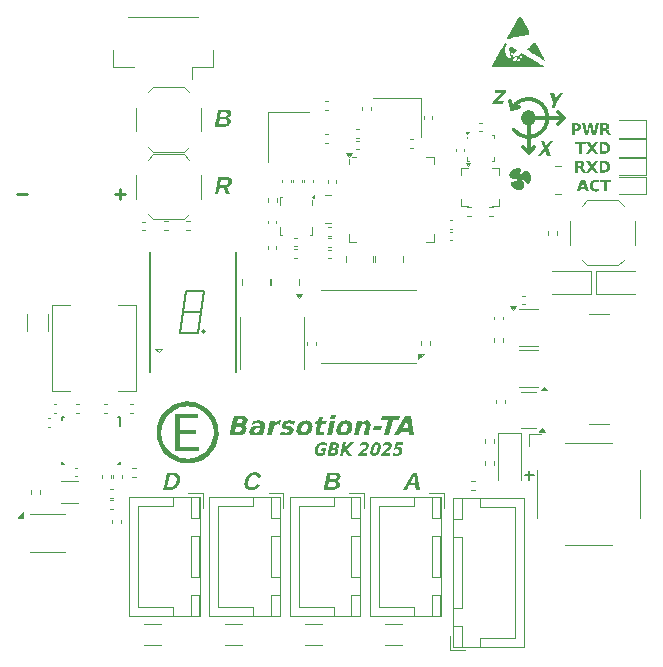
<source format=gbr>
%TF.GenerationSoftware,KiCad,Pcbnew,8.0.9-8.0.9-0~ubuntu24.04.1*%
%TF.CreationDate,2025-04-13T21:31:37+05:00*%
%TF.ProjectId,ThetaAnomalain,54686574-6141-46e6-9f6d-616c61696e2e,rev?*%
%TF.SameCoordinates,Original*%
%TF.FileFunction,Legend,Top*%
%TF.FilePolarity,Positive*%
%FSLAX46Y46*%
G04 Gerber Fmt 4.6, Leading zero omitted, Abs format (unit mm)*
G04 Created by KiCad (PCBNEW 8.0.9-8.0.9-0~ubuntu24.04.1) date 2025-04-13 21:31:37*
%MOMM*%
%LPD*%
G01*
G04 APERTURE LIST*
%ADD10C,0.200000*%
%ADD11C,0.300000*%
%ADD12C,0.650000*%
%ADD13C,0.220000*%
%ADD14C,0.240000*%
%ADD15C,0.150000*%
%ADD16C,0.120000*%
%ADD17C,0.000000*%
%ADD18C,0.100000*%
%ADD19C,0.191421*%
G04 APERTURE END LIST*
D10*
G36*
X121530994Y-83722174D02*
G01*
X121582752Y-83728241D01*
X121630296Y-83738353D01*
X121681785Y-83755826D01*
X121727205Y-83779123D01*
X121760419Y-83802987D01*
X121794247Y-83836530D01*
X121821077Y-83875032D01*
X121840907Y-83918495D01*
X121853739Y-83966916D01*
X121859571Y-84020298D01*
X121859960Y-84039194D01*
X121856460Y-84094387D01*
X121845962Y-84144587D01*
X121828464Y-84189795D01*
X121803968Y-84230010D01*
X121772473Y-84265234D01*
X121760419Y-84275865D01*
X121720056Y-84304016D01*
X121673625Y-84326343D01*
X121621124Y-84342845D01*
X121572738Y-84352148D01*
X121520136Y-84357406D01*
X121475021Y-84358700D01*
X121309351Y-84358700D01*
X121309351Y-84700250D01*
X121058062Y-84700250D01*
X121058062Y-84180501D01*
X121309351Y-84180501D01*
X121448337Y-84180501D01*
X121494638Y-84176141D01*
X121539177Y-84159748D01*
X121561104Y-84143608D01*
X121588386Y-84105464D01*
X121600039Y-84059547D01*
X121601014Y-84039194D01*
X121595401Y-83992784D01*
X121574667Y-83949774D01*
X121561104Y-83935012D01*
X121519991Y-83909951D01*
X121474571Y-83899640D01*
X121448337Y-83898351D01*
X121309351Y-83898351D01*
X121309351Y-84180501D01*
X121058062Y-84180501D01*
X121058062Y-83720152D01*
X121475021Y-83720152D01*
X121530994Y-83722174D01*
G37*
G36*
X121949756Y-83720152D02*
G01*
X122190372Y-83720152D01*
X122358826Y-84432486D01*
X122525888Y-83720152D01*
X122767896Y-83720152D01*
X122934958Y-84432486D01*
X123103412Y-83720152D01*
X123342172Y-83720152D01*
X123112462Y-84700250D01*
X122822887Y-84700250D01*
X122646080Y-83955199D01*
X122471129Y-84700250D01*
X122181322Y-84700250D01*
X121949756Y-83720152D01*
G37*
G36*
X123929340Y-83721163D02*
G01*
X123982984Y-83725273D01*
X124031597Y-83732543D01*
X124083293Y-83745440D01*
X124127745Y-83762888D01*
X124164953Y-83784888D01*
X124199942Y-83816808D01*
X124226337Y-83855922D01*
X124244138Y-83902232D01*
X124253346Y-83955735D01*
X124254749Y-83989539D01*
X124251041Y-84041230D01*
X124239919Y-84087452D01*
X124218864Y-84132394D01*
X124207879Y-84148480D01*
X124174107Y-84184028D01*
X124135809Y-84210597D01*
X124090021Y-84232026D01*
X124067268Y-84239901D01*
X124113214Y-84257673D01*
X124151865Y-84286313D01*
X124159616Y-84293964D01*
X124190375Y-84331596D01*
X124216206Y-84372328D01*
X124239610Y-84416272D01*
X124242219Y-84421581D01*
X124378653Y-84700250D01*
X124111122Y-84700250D01*
X123992322Y-84456385D01*
X123969753Y-84414969D01*
X123942432Y-84377293D01*
X123919464Y-84355916D01*
X123876481Y-84335729D01*
X123828877Y-84329106D01*
X123821315Y-84329000D01*
X123750314Y-84329000D01*
X123750314Y-84700250D01*
X123499025Y-84700250D01*
X123499025Y-84150801D01*
X123750314Y-84150801D01*
X123855888Y-84150801D01*
X123904966Y-84147291D01*
X123952043Y-84132673D01*
X123969119Y-84121101D01*
X123994874Y-84081888D01*
X124003158Y-84036017D01*
X124003460Y-84023648D01*
X123997792Y-83975294D01*
X123975256Y-83933130D01*
X123969119Y-83927355D01*
X123927251Y-83906537D01*
X123879515Y-83899059D01*
X123855888Y-83898351D01*
X123750314Y-83898351D01*
X123750314Y-84150801D01*
X123499025Y-84150801D01*
X123499025Y-83720152D01*
X123882804Y-83720152D01*
X123929340Y-83721163D01*
G37*
G36*
X121371535Y-85316152D02*
G01*
X122269494Y-85316152D01*
X122269494Y-85509201D01*
X121946507Y-85509201D01*
X121946507Y-86296250D01*
X121695218Y-86296250D01*
X121695218Y-85509201D01*
X121371535Y-85509201D01*
X121371535Y-85316152D01*
G37*
G36*
X122937511Y-85795991D02*
G01*
X123275579Y-86296250D01*
X123013849Y-86296250D01*
X122785995Y-85961429D01*
X122560229Y-86296250D01*
X122297338Y-86296250D01*
X122635407Y-85795991D01*
X122310332Y-85316152D01*
X122572526Y-85316152D01*
X122785995Y-85631946D01*
X122998767Y-85316152D01*
X123262354Y-85316152D01*
X122937511Y-85795991D01*
G37*
G36*
X123737871Y-85316648D02*
G01*
X123788019Y-85318139D01*
X123834628Y-85320622D01*
X123887914Y-85325123D01*
X123935670Y-85331177D01*
X123985680Y-85340490D01*
X124014597Y-85347940D01*
X124060629Y-85363979D01*
X124103707Y-85384282D01*
X124143832Y-85408848D01*
X124181003Y-85437678D01*
X124200918Y-85456066D01*
X124232938Y-85490421D01*
X124263691Y-85532156D01*
X124288865Y-85577158D01*
X124302547Y-85608975D01*
X124317165Y-85653698D01*
X124327607Y-85701323D01*
X124333871Y-85751847D01*
X124335927Y-85798436D01*
X124335960Y-85805273D01*
X124334361Y-85852652D01*
X124328618Y-85904000D01*
X124318699Y-85952360D01*
X124304603Y-85997733D01*
X124302547Y-86003195D01*
X124281093Y-86050487D01*
X124254060Y-86094475D01*
X124221447Y-86135160D01*
X124200918Y-86156335D01*
X124165198Y-86187601D01*
X124126458Y-86214604D01*
X124084698Y-86237343D01*
X124039917Y-86255818D01*
X124012973Y-86264461D01*
X123959807Y-86276848D01*
X123905876Y-86285043D01*
X123855039Y-86290165D01*
X123798843Y-86293735D01*
X123750028Y-86295473D01*
X123697783Y-86296218D01*
X123684185Y-86296250D01*
X123419206Y-86296250D01*
X123419206Y-86103200D01*
X123670496Y-86103200D01*
X123760523Y-86103200D01*
X123815738Y-86100516D01*
X123865829Y-86092465D01*
X123910798Y-86079046D01*
X123956787Y-86056607D01*
X123995803Y-86026862D01*
X124027446Y-85990166D01*
X124051318Y-85946876D01*
X124067417Y-85896990D01*
X124075031Y-85848981D01*
X124077013Y-85805273D01*
X124074166Y-85753408D01*
X124065626Y-85706406D01*
X124048465Y-85657714D01*
X124023555Y-85615640D01*
X123996035Y-85584843D01*
X123957166Y-85555370D01*
X123911214Y-85533135D01*
X123866188Y-85519839D01*
X123815958Y-85511861D01*
X123760523Y-85509201D01*
X123670496Y-85509201D01*
X123670496Y-86103200D01*
X123419206Y-86103200D01*
X123419206Y-85316152D01*
X123684185Y-85316152D01*
X123737871Y-85316648D01*
G37*
G36*
X121801154Y-86913163D02*
G01*
X121854798Y-86917273D01*
X121903411Y-86924543D01*
X121955107Y-86937440D01*
X121999559Y-86954888D01*
X122036767Y-86976888D01*
X122071756Y-87008808D01*
X122098151Y-87047922D01*
X122115952Y-87094232D01*
X122125160Y-87147735D01*
X122126563Y-87181539D01*
X122122855Y-87233230D01*
X122111733Y-87279452D01*
X122090678Y-87324394D01*
X122079693Y-87340480D01*
X122045921Y-87376028D01*
X122007623Y-87402597D01*
X121961835Y-87424026D01*
X121939082Y-87431901D01*
X121985028Y-87449673D01*
X122023679Y-87478313D01*
X122031430Y-87485964D01*
X122062189Y-87523596D01*
X122088020Y-87564328D01*
X122111424Y-87608272D01*
X122114033Y-87613581D01*
X122250467Y-87892250D01*
X121982936Y-87892250D01*
X121864136Y-87648385D01*
X121841567Y-87606969D01*
X121814246Y-87569293D01*
X121791278Y-87547916D01*
X121748295Y-87527729D01*
X121700691Y-87521106D01*
X121693129Y-87521000D01*
X121622128Y-87521000D01*
X121622128Y-87892250D01*
X121370839Y-87892250D01*
X121370839Y-87342801D01*
X121622128Y-87342801D01*
X121727702Y-87342801D01*
X121776780Y-87339291D01*
X121823856Y-87324673D01*
X121840933Y-87313101D01*
X121866688Y-87273888D01*
X121874972Y-87228017D01*
X121875273Y-87215648D01*
X121869606Y-87167294D01*
X121847070Y-87125130D01*
X121840933Y-87119355D01*
X121799065Y-87098537D01*
X121751329Y-87091059D01*
X121727702Y-87090351D01*
X121622128Y-87090351D01*
X121622128Y-87342801D01*
X121370839Y-87342801D01*
X121370839Y-86912152D01*
X121754618Y-86912152D01*
X121801154Y-86913163D01*
G37*
G36*
X122937510Y-87391991D02*
G01*
X123275579Y-87892250D01*
X123013848Y-87892250D01*
X122785994Y-87557429D01*
X122560228Y-87892250D01*
X122297337Y-87892250D01*
X122635406Y-87391991D01*
X122310331Y-86912152D01*
X122572526Y-86912152D01*
X122785994Y-87227946D01*
X122998766Y-86912152D01*
X123262353Y-86912152D01*
X122937510Y-87391991D01*
G37*
G36*
X123737871Y-86912648D02*
G01*
X123788019Y-86914139D01*
X123834628Y-86916622D01*
X123887913Y-86921123D01*
X123935670Y-86927177D01*
X123985680Y-86936490D01*
X124014597Y-86943940D01*
X124060628Y-86959979D01*
X124103706Y-86980282D01*
X124143831Y-87004848D01*
X124181002Y-87033678D01*
X124200917Y-87052066D01*
X124232937Y-87086421D01*
X124263691Y-87128156D01*
X124288864Y-87173158D01*
X124302547Y-87204975D01*
X124317165Y-87249698D01*
X124327606Y-87297323D01*
X124333871Y-87347847D01*
X124335926Y-87394436D01*
X124335959Y-87401273D01*
X124334360Y-87448652D01*
X124328618Y-87500000D01*
X124318698Y-87548360D01*
X124304602Y-87593733D01*
X124302547Y-87599195D01*
X124281093Y-87646487D01*
X124254060Y-87690475D01*
X124221447Y-87731160D01*
X124200917Y-87752335D01*
X124165197Y-87783601D01*
X124126457Y-87810604D01*
X124084697Y-87833343D01*
X124039917Y-87851818D01*
X124012972Y-87860461D01*
X123959806Y-87872848D01*
X123905875Y-87881043D01*
X123855038Y-87886165D01*
X123798842Y-87889735D01*
X123750027Y-87891473D01*
X123697782Y-87892218D01*
X123684185Y-87892250D01*
X123419206Y-87892250D01*
X123419206Y-87699200D01*
X123670495Y-87699200D01*
X123760523Y-87699200D01*
X123815737Y-87696516D01*
X123865829Y-87688465D01*
X123910797Y-87675046D01*
X123956786Y-87652607D01*
X123995802Y-87622862D01*
X124027446Y-87586166D01*
X124051317Y-87542876D01*
X124067417Y-87492990D01*
X124075030Y-87444981D01*
X124077013Y-87401273D01*
X124074166Y-87349408D01*
X124065625Y-87302406D01*
X124048465Y-87253714D01*
X124023554Y-87211640D01*
X123996034Y-87180843D01*
X123957166Y-87151370D01*
X123911213Y-87129135D01*
X123866188Y-87115839D01*
X123815957Y-87107861D01*
X123760523Y-87105201D01*
X123670495Y-87105201D01*
X123670495Y-87699200D01*
X123419206Y-87699200D01*
X123419206Y-86912152D01*
X123684185Y-86912152D01*
X123737871Y-86912648D01*
G37*
G36*
X122516375Y-89488250D02*
G01*
X122263693Y-89488250D01*
X122202437Y-89310050D01*
X121809609Y-89310050D01*
X121747657Y-89488250D01*
X121494975Y-89488250D01*
X121626178Y-89131850D01*
X121872257Y-89131850D01*
X122139093Y-89131850D01*
X122005907Y-88739486D01*
X121872257Y-89131850D01*
X121626178Y-89131850D01*
X121855783Y-88508152D01*
X122155335Y-88508152D01*
X122516375Y-89488250D01*
G37*
G36*
X123413173Y-89432098D02*
G01*
X123369368Y-89452442D01*
X123324385Y-89469386D01*
X123278224Y-89482932D01*
X123268850Y-89485233D01*
X123221352Y-89494655D01*
X123172539Y-89500587D01*
X123122412Y-89503030D01*
X123112229Y-89503099D01*
X123052960Y-89500975D01*
X122996852Y-89494601D01*
X122943906Y-89483979D01*
X122894121Y-89469107D01*
X122847497Y-89449986D01*
X122804035Y-89426616D01*
X122763734Y-89398997D01*
X122726594Y-89367129D01*
X122693258Y-89331625D01*
X122664367Y-89293097D01*
X122639920Y-89251546D01*
X122619918Y-89206970D01*
X122604361Y-89159371D01*
X122593249Y-89108749D01*
X122586582Y-89055103D01*
X122584360Y-88998433D01*
X122586582Y-88941654D01*
X122593249Y-88887914D01*
X122604361Y-88837211D01*
X122619918Y-88789547D01*
X122639920Y-88744921D01*
X122664367Y-88703333D01*
X122693258Y-88664783D01*
X122726594Y-88629272D01*
X122763734Y-88597404D01*
X122804035Y-88569785D01*
X122847497Y-88546415D01*
X122894121Y-88527294D01*
X122943906Y-88512423D01*
X122996852Y-88501800D01*
X123052960Y-88495426D01*
X123112229Y-88493302D01*
X123162619Y-88495047D01*
X123211694Y-88500281D01*
X123259456Y-88509005D01*
X123268850Y-88511168D01*
X123315247Y-88524034D01*
X123360466Y-88540299D01*
X123404506Y-88559963D01*
X123413173Y-88564303D01*
X123413173Y-88760601D01*
X123369704Y-88734167D01*
X123326597Y-88712582D01*
X123279598Y-88694439D01*
X123275347Y-88693080D01*
X123227889Y-88680795D01*
X123178677Y-88673609D01*
X123132416Y-88671501D01*
X123084051Y-88674560D01*
X123032719Y-88685862D01*
X122986871Y-88705490D01*
X122946508Y-88733446D01*
X122921036Y-88758513D01*
X122891020Y-88799734D01*
X122868376Y-88847261D01*
X122854835Y-88893018D01*
X122846710Y-88943409D01*
X122844002Y-88998433D01*
X122846710Y-89053299D01*
X122854835Y-89103564D01*
X122868376Y-89149229D01*
X122891020Y-89196690D01*
X122921036Y-89237888D01*
X122957481Y-89271792D01*
X122999411Y-89297369D01*
X123046825Y-89314618D01*
X123099725Y-89323540D01*
X123132416Y-89324900D01*
X123183224Y-89322377D01*
X123232276Y-89314810D01*
X123275347Y-89303553D01*
X123322306Y-89285811D01*
X123365377Y-89264639D01*
X123408810Y-89238662D01*
X123413173Y-89235800D01*
X123413173Y-89432098D01*
G37*
G36*
X123499721Y-88508152D02*
G01*
X124397679Y-88508152D01*
X124397679Y-88701201D01*
X124074693Y-88701201D01*
X124074693Y-89488250D01*
X123823403Y-89488250D01*
X123823403Y-88701201D01*
X123499721Y-88701201D01*
X123499721Y-88508152D01*
G37*
D11*
X120408127Y-83268644D02*
X119908127Y-83768644D01*
X115976345Y-82552753D02*
G75*
G02*
X116158127Y-84268644I1431782J-715891D01*
G01*
X115976345Y-82552753D02*
X115844379Y-81861770D01*
X117408127Y-86268644D02*
X116908127Y-85768644D01*
D12*
X117733127Y-83268644D02*
G75*
G02*
X117083127Y-83268644I-325000J0D01*
G01*
X117083127Y-83268644D02*
G75*
G02*
X117733127Y-83268644I325000J0D01*
G01*
D11*
X117408127Y-83268644D02*
X120408127Y-83268644D01*
X120408127Y-83268644D02*
X119908127Y-82768644D01*
X115976345Y-82552753D02*
X116594379Y-82361770D01*
X117408127Y-86268644D02*
X117908127Y-85768644D01*
X117408127Y-83268644D02*
X117408127Y-86268644D01*
G36*
X87383268Y-113294163D02*
G01*
X87463525Y-113302852D01*
X87537507Y-113317335D01*
X87621163Y-113343585D01*
X87695015Y-113378887D01*
X87759065Y-113423241D01*
X87813311Y-113476646D01*
X87857153Y-113538381D01*
X87889761Y-113607951D01*
X87911135Y-113685356D01*
X87921274Y-113770596D01*
X87921297Y-113844430D01*
X87914130Y-113923279D01*
X87899773Y-114007142D01*
X87879586Y-114089488D01*
X87854195Y-114167815D01*
X87823601Y-114242124D01*
X87787803Y-114312415D01*
X87746802Y-114378687D01*
X87731978Y-114399884D01*
X87684696Y-114460025D01*
X87633524Y-114514602D01*
X87578462Y-114563615D01*
X87509306Y-114613764D01*
X87445817Y-114650721D01*
X87434857Y-114656339D01*
X87367808Y-114686470D01*
X87287142Y-114713743D01*
X87203847Y-114732532D01*
X87130358Y-114741883D01*
X87054937Y-114745000D01*
X86480478Y-114745000D01*
X86529304Y-114510160D01*
X86826326Y-114510160D01*
X87078384Y-114510160D01*
X87159794Y-114503691D01*
X87236365Y-114484284D01*
X87308097Y-114451939D01*
X87374991Y-114406656D01*
X87411043Y-114374972D01*
X87460803Y-114320850D01*
X87504019Y-114259876D01*
X87540693Y-114192050D01*
X87570824Y-114117372D01*
X87594411Y-114035841D01*
X87600820Y-114007142D01*
X87614095Y-113923242D01*
X87617375Y-113847121D01*
X87608569Y-113768146D01*
X87581848Y-113690854D01*
X87556123Y-113649570D01*
X87501466Y-113595554D01*
X87430918Y-113556972D01*
X87356153Y-113535872D01*
X87282385Y-113527191D01*
X87242149Y-113526106D01*
X87031123Y-113526106D01*
X86826326Y-114510160D01*
X86529304Y-114510160D01*
X86782728Y-113291266D01*
X87296737Y-113291266D01*
X87383268Y-113294163D01*
G37*
G36*
X93988294Y-114529211D02*
G01*
X94069822Y-114522458D01*
X94146109Y-114502199D01*
X94217155Y-114468433D01*
X94282959Y-114421162D01*
X94343522Y-114360385D01*
X94388198Y-114302038D01*
X94419504Y-114252606D01*
X94658007Y-114352623D01*
X94616911Y-114415816D01*
X94563983Y-114484681D01*
X94507114Y-114545947D01*
X94446303Y-114599613D01*
X94381551Y-114645681D01*
X94347697Y-114665865D01*
X94277510Y-114700727D01*
X94204334Y-114728376D01*
X94128170Y-114748812D01*
X94049018Y-114762035D01*
X93966878Y-114768046D01*
X93938834Y-114768447D01*
X93856191Y-114765333D01*
X93779718Y-114755990D01*
X93692805Y-114735554D01*
X93615534Y-114705386D01*
X93547905Y-114665487D01*
X93489918Y-114615856D01*
X93450471Y-114569145D01*
X93410385Y-114502990D01*
X93381033Y-114429089D01*
X93362415Y-114347442D01*
X93354529Y-114258050D01*
X93355949Y-114180959D01*
X93364238Y-114098910D01*
X93379396Y-114011905D01*
X93400353Y-113924750D01*
X93425856Y-113842805D01*
X93455903Y-113766068D01*
X93490496Y-113694542D01*
X93529634Y-113628224D01*
X93573317Y-113567115D01*
X93621546Y-113511216D01*
X93674319Y-113460526D01*
X93746220Y-113405010D01*
X93824078Y-113358903D01*
X93907893Y-113322206D01*
X93979234Y-113299623D01*
X94054387Y-113283062D01*
X94133353Y-113272524D01*
X94216131Y-113268007D01*
X94237421Y-113267819D01*
X94312835Y-113270278D01*
X94395989Y-113279724D01*
X94471131Y-113296253D01*
X94548671Y-113324491D01*
X94615306Y-113362370D01*
X94623936Y-113368569D01*
X94685004Y-113424875D01*
X94731921Y-113493041D01*
X94761366Y-113562417D01*
X94779977Y-113640873D01*
X94783304Y-113664958D01*
X94505966Y-113736765D01*
X94487144Y-113663761D01*
X94443498Y-113598511D01*
X94409979Y-113569337D01*
X94340083Y-113531384D01*
X94264245Y-113511981D01*
X94193824Y-113507055D01*
X94109051Y-113513208D01*
X94031045Y-113531668D01*
X93959806Y-113562435D01*
X93895334Y-113605509D01*
X93861532Y-113635648D01*
X93808097Y-113697606D01*
X93768323Y-113759782D01*
X93734114Y-113830330D01*
X93705469Y-113909250D01*
X93685848Y-113981412D01*
X93679082Y-114011905D01*
X93665930Y-114087757D01*
X93658649Y-114171082D01*
X93660641Y-114246009D01*
X93674686Y-114322810D01*
X93706193Y-114396587D01*
X93753637Y-114454610D01*
X93816469Y-114496055D01*
X93894688Y-114520922D01*
X93975751Y-114529081D01*
X93988294Y-114529211D01*
G37*
G36*
X91868027Y-82571020D02*
G01*
X91951901Y-82579675D01*
X92025523Y-82594822D01*
X92098458Y-82620698D01*
X92164724Y-82661090D01*
X92217023Y-82720006D01*
X92245327Y-82792891D01*
X92250341Y-82869404D01*
X92241660Y-82934031D01*
X92219678Y-83007633D01*
X92186248Y-83073650D01*
X92141368Y-83132083D01*
X92131018Y-83142859D01*
X92072400Y-83190615D01*
X92002333Y-83227638D01*
X91929484Y-83251781D01*
X91903140Y-83257897D01*
X91981175Y-83272529D01*
X92054514Y-83299445D01*
X92118055Y-83342335D01*
X92142742Y-83368906D01*
X92179736Y-83437794D01*
X92192330Y-83512440D01*
X92186534Y-83589411D01*
X92183042Y-83607775D01*
X92163198Y-83678946D01*
X92128782Y-83754001D01*
X92082235Y-83820467D01*
X92023556Y-83878342D01*
X91974214Y-83914422D01*
X91908123Y-83951151D01*
X91835694Y-83980282D01*
X91756929Y-84001813D01*
X91671827Y-84015745D01*
X91596067Y-84021550D01*
X91548499Y-84022500D01*
X90838119Y-84022500D01*
X90885041Y-83796819D01*
X91182135Y-83796819D01*
X91570481Y-83796819D01*
X91645636Y-83792617D01*
X91723324Y-83776068D01*
X91790300Y-83743696D01*
X91844038Y-83691706D01*
X91879638Y-83622060D01*
X91889951Y-83583961D01*
X91892801Y-83504305D01*
X91857504Y-83437226D01*
X91792884Y-83399494D01*
X91712436Y-83382724D01*
X91645952Y-83379530D01*
X91268963Y-83379530D01*
X91182135Y-83796819D01*
X90885041Y-83796819D01*
X91018494Y-83154949D01*
X91315491Y-83154949D01*
X91656577Y-83154949D01*
X91735957Y-83149667D01*
X91811686Y-83129807D01*
X91848551Y-83110252D01*
X91900254Y-83058105D01*
X91931026Y-82986154D01*
X91933548Y-82975064D01*
X91937545Y-82900271D01*
X91901674Y-82835846D01*
X91832431Y-82804796D01*
X91758380Y-82795093D01*
X91729483Y-82794446D01*
X91390596Y-82794446D01*
X91315491Y-83154949D01*
X91018494Y-83154949D01*
X91140369Y-82568766D01*
X91790300Y-82568766D01*
X91868027Y-82571020D01*
G37*
D13*
X82406640Y-89684893D02*
X83244736Y-89684893D01*
X82825688Y-90103940D02*
X82825688Y-89265845D01*
D11*
G36*
X91925707Y-88271467D02*
G01*
X92008002Y-88281840D01*
X92080507Y-88299992D01*
X92152725Y-88331002D01*
X92218946Y-88379408D01*
X92266733Y-88440591D01*
X92294692Y-88513864D01*
X92302889Y-88587895D01*
X92295904Y-88671183D01*
X92291120Y-88696680D01*
X92270603Y-88769563D01*
X92240561Y-88837272D01*
X92200994Y-88899806D01*
X92151901Y-88957165D01*
X92095504Y-89007105D01*
X92033657Y-89047748D01*
X91966360Y-89079095D01*
X91893614Y-89101146D01*
X92148604Y-89722500D01*
X91813747Y-89722500D01*
X91600889Y-89159764D01*
X91252110Y-89159764D01*
X91135240Y-89722500D01*
X90838119Y-89722500D01*
X91004174Y-88923825D01*
X91301203Y-88923825D01*
X91690282Y-88923825D01*
X91763605Y-88918316D01*
X91839030Y-88897158D01*
X91891416Y-88867405D01*
X91944262Y-88814066D01*
X91978969Y-88745732D01*
X91988869Y-88709136D01*
X91992894Y-88629480D01*
X91961816Y-88562401D01*
X91892682Y-88520875D01*
X91815857Y-88506501D01*
X91769417Y-88504705D01*
X91388398Y-88504705D01*
X91301203Y-88923825D01*
X91004174Y-88923825D01*
X91140369Y-88268766D01*
X91849651Y-88268766D01*
X91925707Y-88271467D01*
G37*
D13*
X74106640Y-89684893D02*
X74944736Y-89684893D01*
D14*
G36*
X119241214Y-81183953D02*
G01*
X119546908Y-81183953D01*
X119702540Y-81622417D01*
X120040474Y-81183953D01*
X120346755Y-81183953D01*
X119785778Y-81896165D01*
X119677920Y-82414644D01*
X119398311Y-82414644D01*
X119506168Y-81896165D01*
X119241214Y-81183953D01*
G37*
D13*
G36*
X100185174Y-111779175D02*
G01*
X100131491Y-111803993D01*
X100077640Y-111825520D01*
X100023621Y-111843756D01*
X99969434Y-111858701D01*
X99915113Y-111870220D01*
X99860691Y-111878448D01*
X99806169Y-111883385D01*
X99751545Y-111885030D01*
X99691548Y-111882570D01*
X99635817Y-111875190D01*
X99572150Y-111859047D01*
X99515148Y-111835216D01*
X99464809Y-111803697D01*
X99421135Y-111764491D01*
X99390994Y-111727591D01*
X99360089Y-111675572D01*
X99337397Y-111618083D01*
X99322917Y-111555123D01*
X99317245Y-111500817D01*
X99316830Y-111443010D01*
X99321670Y-111381701D01*
X99331766Y-111316891D01*
X99335111Y-111300142D01*
X99351210Y-111233722D01*
X99371163Y-111170947D01*
X99394969Y-111111815D01*
X99422629Y-111056326D01*
X99454143Y-111004482D01*
X99489511Y-110956282D01*
X99528732Y-110911725D01*
X99571807Y-110870812D01*
X99618013Y-110834164D01*
X99666630Y-110802402D01*
X99717655Y-110775527D01*
X99771091Y-110753539D01*
X99826936Y-110736436D01*
X99885190Y-110724220D01*
X99945855Y-110716891D01*
X100008928Y-110714448D01*
X100063673Y-110716126D01*
X100122109Y-110721930D01*
X100178025Y-110731879D01*
X100194309Y-110735672D01*
X100246961Y-110750790D01*
X100301606Y-110772086D01*
X100352822Y-110798272D01*
X100304193Y-111031743D01*
X100258604Y-111000978D01*
X100207486Y-110973257D01*
X100155352Y-110951949D01*
X100102133Y-110936806D01*
X100047390Y-110927949D01*
X99996301Y-110925351D01*
X99940722Y-110928761D01*
X99880296Y-110941358D01*
X99824627Y-110963237D01*
X99773715Y-110994399D01*
X99740261Y-111022340D01*
X99698275Y-111068784D01*
X99667300Y-111114978D01*
X99640954Y-111167066D01*
X99619236Y-111225047D01*
X99604673Y-111277868D01*
X99599748Y-111300142D01*
X99590439Y-111354071D01*
X99585503Y-111413539D01*
X99587367Y-111467282D01*
X99598136Y-111522749D01*
X99621779Y-111576600D01*
X99657075Y-111619268D01*
X99703319Y-111649745D01*
X99760512Y-111668031D01*
X99819536Y-111674031D01*
X99828653Y-111674127D01*
X99883591Y-111671212D01*
X99903879Y-111668484D01*
X99957688Y-111655060D01*
X99968897Y-111650752D01*
X100014570Y-111431520D01*
X99858475Y-111431520D01*
X99899043Y-111236468D01*
X100298014Y-111236468D01*
X100185174Y-111779175D01*
G37*
G36*
X101092360Y-110736604D02*
G01*
X101147499Y-110741819D01*
X101205370Y-110752665D01*
X101261451Y-110771647D01*
X101310461Y-110801683D01*
X101315457Y-110806063D01*
X101350678Y-110852718D01*
X101367285Y-110905536D01*
X101370466Y-110960513D01*
X101364761Y-111014144D01*
X101361130Y-111033355D01*
X101345943Y-111087019D01*
X101321700Y-111139044D01*
X101298262Y-111173600D01*
X101260619Y-111212728D01*
X101215798Y-111243470D01*
X101181929Y-111259304D01*
X101233110Y-111286154D01*
X101270992Y-111326001D01*
X101288859Y-111359786D01*
X101303355Y-111414116D01*
X101305790Y-111470285D01*
X101299233Y-111526354D01*
X101296650Y-111539524D01*
X101281141Y-111597852D01*
X101260002Y-111650324D01*
X101233234Y-111696940D01*
X101194890Y-111743924D01*
X101148883Y-111782937D01*
X101095021Y-111814133D01*
X101042449Y-111834774D01*
X100983963Y-111849786D01*
X100930708Y-111857996D01*
X100873348Y-111862296D01*
X100836960Y-111863000D01*
X100411929Y-111863000D01*
X100453096Y-111664992D01*
X100709344Y-111664992D01*
X100859528Y-111664992D01*
X100913379Y-111659778D01*
X100965127Y-111640516D01*
X100983653Y-111627916D01*
X101020572Y-111584892D01*
X101041395Y-111534235D01*
X101045715Y-111516150D01*
X101050218Y-111459018D01*
X101029863Y-111406265D01*
X100983632Y-111377546D01*
X100925861Y-111369494D01*
X100921053Y-111369458D01*
X100770868Y-111369458D01*
X100709344Y-111664992D01*
X100453096Y-111664992D01*
X100555651Y-111171719D01*
X100811974Y-111171719D01*
X100953293Y-111171719D01*
X101008034Y-111164196D01*
X101051357Y-111141628D01*
X101085813Y-111098378D01*
X101101329Y-111052162D01*
X101103711Y-110998237D01*
X101088433Y-110963502D01*
X101040366Y-110936493D01*
X101002997Y-110932874D01*
X100861678Y-110932874D01*
X100811974Y-111171719D01*
X100555651Y-111171719D01*
X100646475Y-110734866D01*
X101030938Y-110734866D01*
X101092360Y-110736604D01*
G37*
G36*
X101701800Y-110734866D02*
G01*
X101958108Y-110734866D01*
X101872404Y-111146733D01*
X102327257Y-110734866D01*
X102624940Y-110734866D01*
X102035216Y-111268976D01*
X102439291Y-111863000D01*
X102118234Y-111863000D01*
X101815983Y-111418624D01*
X101723562Y-111863000D01*
X101467254Y-111863000D01*
X101701800Y-110734866D01*
G37*
G36*
X103333953Y-111649140D02*
G01*
X103771074Y-111649140D01*
X103726744Y-111863000D01*
X103005373Y-111863000D01*
X103049703Y-111649140D01*
X103487630Y-111285634D01*
X103528170Y-111248659D01*
X103566393Y-111206285D01*
X103579783Y-111188376D01*
X103607456Y-111139680D01*
X103623845Y-111089238D01*
X103628618Y-111034140D01*
X103615181Y-110980843D01*
X103603157Y-110961621D01*
X103559677Y-110926910D01*
X103507478Y-110914017D01*
X103488705Y-110913261D01*
X103432939Y-110918815D01*
X103379818Y-110932416D01*
X103351416Y-110942277D01*
X103301534Y-110963193D01*
X103248609Y-110989672D01*
X103198374Y-111018258D01*
X103181081Y-111028788D01*
X103232397Y-110780808D01*
X103284433Y-110763885D01*
X103341305Y-110747922D01*
X103397179Y-110734950D01*
X103413747Y-110731642D01*
X103468309Y-110722575D01*
X103526752Y-110716479D01*
X103583545Y-110714448D01*
X103646803Y-110717583D01*
X103703185Y-110726991D01*
X103760274Y-110745893D01*
X103808003Y-110773332D01*
X103841465Y-110803645D01*
X103874528Y-110852626D01*
X103893385Y-110910373D01*
X103898232Y-110968092D01*
X103893729Y-111022906D01*
X103888482Y-111052162D01*
X103872729Y-111108551D01*
X103849315Y-111162526D01*
X103821692Y-111209039D01*
X103811106Y-111224109D01*
X103775457Y-111267381D01*
X103733603Y-111310782D01*
X103689808Y-111352096D01*
X103647728Y-111389424D01*
X103600571Y-111429390D01*
X103590530Y-111437699D01*
X103333953Y-111649140D01*
G37*
G36*
X104632864Y-110718167D02*
G01*
X104694649Y-110732448D01*
X104747990Y-110757440D01*
X104792887Y-110793144D01*
X104829340Y-110839558D01*
X104844399Y-110866782D01*
X104864570Y-110917457D01*
X104878235Y-110974443D01*
X104885392Y-111037738D01*
X104886433Y-111092918D01*
X104883310Y-111152136D01*
X104876022Y-111215392D01*
X104864570Y-111282687D01*
X104861057Y-111300142D01*
X104845231Y-111368199D01*
X104826902Y-111432259D01*
X104806072Y-111492323D01*
X104782740Y-111548390D01*
X104756906Y-111600461D01*
X104728570Y-111648536D01*
X104697732Y-111692614D01*
X104664392Y-111732696D01*
X104619854Y-111776581D01*
X104572547Y-111813028D01*
X104522472Y-111842037D01*
X104469630Y-111863608D01*
X104414019Y-111877741D01*
X104355640Y-111884435D01*
X104331514Y-111885030D01*
X104273034Y-111881311D01*
X104210720Y-111867030D01*
X104156982Y-111842037D01*
X104111821Y-111806334D01*
X104075236Y-111759920D01*
X104060160Y-111732696D01*
X104040066Y-111681969D01*
X104026466Y-111624998D01*
X104019360Y-111561783D01*
X104018962Y-111540052D01*
X104268000Y-111540052D01*
X104271678Y-111593823D01*
X104272676Y-111599437D01*
X104294664Y-111652809D01*
X104339462Y-111682831D01*
X104372620Y-111687023D01*
X104429619Y-111674706D01*
X104475098Y-111641776D01*
X104507491Y-111599437D01*
X104533770Y-111547635D01*
X104555800Y-111489387D01*
X104573966Y-111429863D01*
X104588600Y-111373491D01*
X104602774Y-111310967D01*
X104605554Y-111297724D01*
X104617828Y-111234699D01*
X104627111Y-111177773D01*
X104634302Y-111117515D01*
X104637248Y-111058317D01*
X104632421Y-110999772D01*
X104610583Y-110947054D01*
X104561995Y-110916303D01*
X104533551Y-110913261D01*
X104480000Y-110923484D01*
X104433497Y-110954151D01*
X104397337Y-110999772D01*
X104371310Y-111050836D01*
X104349473Y-111108326D01*
X104331451Y-111167120D01*
X104316924Y-111222826D01*
X104302843Y-111284631D01*
X104300080Y-111297724D01*
X104287722Y-111361479D01*
X104278355Y-111419081D01*
X104271064Y-111480082D01*
X104268000Y-111540052D01*
X104018962Y-111540052D01*
X104018351Y-111506714D01*
X104021497Y-111447650D01*
X104028799Y-111384588D01*
X104040257Y-111317531D01*
X104043771Y-111300142D01*
X104059593Y-111231837D01*
X104077909Y-111167571D01*
X104098718Y-111107344D01*
X104122021Y-111051155D01*
X104147817Y-110999004D01*
X104176107Y-110950891D01*
X104206890Y-110906817D01*
X104240167Y-110866782D01*
X104284752Y-110822896D01*
X104332196Y-110786449D01*
X104382500Y-110757440D01*
X104435664Y-110735870D01*
X104491688Y-110721737D01*
X104550572Y-110715043D01*
X104574926Y-110714448D01*
X104632864Y-110718167D01*
G37*
G36*
X105261908Y-111649140D02*
G01*
X105699030Y-111649140D01*
X105654699Y-111863000D01*
X104933328Y-111863000D01*
X104977658Y-111649140D01*
X105415586Y-111285634D01*
X105456125Y-111248659D01*
X105494348Y-111206285D01*
X105507739Y-111188376D01*
X105535411Y-111139680D01*
X105551800Y-111089238D01*
X105556573Y-111034140D01*
X105543136Y-110980843D01*
X105531113Y-110961621D01*
X105487633Y-110926910D01*
X105435433Y-110914017D01*
X105416660Y-110913261D01*
X105360894Y-110918815D01*
X105307774Y-110932416D01*
X105279371Y-110942277D01*
X105229490Y-110963193D01*
X105176564Y-110989672D01*
X105126329Y-111018258D01*
X105109036Y-111028788D01*
X105160352Y-110780808D01*
X105212389Y-110763885D01*
X105269260Y-110747922D01*
X105325134Y-110734950D01*
X105341702Y-110731642D01*
X105396265Y-110722575D01*
X105454708Y-110716479D01*
X105511500Y-110714448D01*
X105574758Y-110717583D01*
X105631141Y-110726991D01*
X105688229Y-110745893D01*
X105735959Y-110773332D01*
X105769420Y-110803645D01*
X105802483Y-110852626D01*
X105821340Y-110910373D01*
X105826187Y-110968092D01*
X105821685Y-111022906D01*
X105816437Y-111052162D01*
X105800684Y-111108551D01*
X105777270Y-111162526D01*
X105749648Y-111209039D01*
X105739061Y-111224109D01*
X105703412Y-111267381D01*
X105661558Y-111310782D01*
X105617763Y-111352096D01*
X105575683Y-111389424D01*
X105528526Y-111429390D01*
X105518485Y-111437699D01*
X105261908Y-111649140D01*
G37*
G36*
X106167854Y-110734866D02*
G01*
X106805132Y-110734866D01*
X106760533Y-110948725D01*
X106328248Y-110948725D01*
X106291978Y-111123359D01*
X106345577Y-111110664D01*
X106353234Y-111109388D01*
X106407656Y-111104363D01*
X106415565Y-111104284D01*
X106469912Y-111106802D01*
X106528549Y-111116474D01*
X106580007Y-111133400D01*
X106630969Y-111162316D01*
X106672160Y-111201104D01*
X106677247Y-111207452D01*
X106706513Y-111256470D01*
X106724491Y-111313254D01*
X106730917Y-111368106D01*
X106729050Y-111428663D01*
X106721159Y-111483486D01*
X106718890Y-111494926D01*
X106704685Y-111550166D01*
X106685915Y-111601537D01*
X106657365Y-111658074D01*
X106622241Y-111709037D01*
X106580543Y-111754429D01*
X106549092Y-111781593D01*
X106497467Y-111816746D01*
X106441327Y-111844625D01*
X106380673Y-111865232D01*
X106326678Y-111876848D01*
X106269548Y-111883414D01*
X106221587Y-111885030D01*
X106164376Y-111882840D01*
X106108372Y-111876268D01*
X106058506Y-111866492D01*
X106004741Y-111851462D01*
X105952056Y-111831859D01*
X105905097Y-111810072D01*
X105952651Y-111581168D01*
X106000664Y-111614444D01*
X106047915Y-111641498D01*
X106090209Y-111660693D01*
X106144512Y-111677740D01*
X106197840Y-111686097D01*
X106222124Y-111687023D01*
X106277416Y-111681959D01*
X106331752Y-111664691D01*
X106379295Y-111635170D01*
X106418196Y-111595203D01*
X106446240Y-111546602D01*
X106462313Y-111494926D01*
X106467788Y-111438079D01*
X106455512Y-111382438D01*
X106437864Y-111354413D01*
X106394690Y-111321188D01*
X106340197Y-111305553D01*
X106301919Y-111303097D01*
X106247998Y-111306698D01*
X106193091Y-111316557D01*
X106180750Y-111319486D01*
X106124966Y-111335510D01*
X106069774Y-111355496D01*
X106035938Y-111369458D01*
X106167854Y-110734866D01*
G37*
D11*
G36*
X108178506Y-114745000D02*
G01*
X107884316Y-114745000D01*
X107837421Y-114363981D01*
X107296301Y-114363981D01*
X107091137Y-114745000D01*
X106793649Y-114745000D01*
X107137642Y-114135369D01*
X107410241Y-114135369D01*
X107818370Y-114135369D01*
X107764148Y-113722110D01*
X107749494Y-113583258D01*
X107743266Y-113512916D01*
X107732275Y-113535265D01*
X107699345Y-113601924D01*
X107690509Y-113619162D01*
X107652907Y-113689723D01*
X107617066Y-113755942D01*
X107580215Y-113823768D01*
X107536094Y-113904795D01*
X107498232Y-113974228D01*
X107456281Y-114051086D01*
X107410241Y-114135369D01*
X107137642Y-114135369D01*
X107613939Y-113291266D01*
X107964916Y-113291266D01*
X108178506Y-114745000D01*
G37*
D14*
G36*
X119029194Y-85836549D02*
G01*
X119274219Y-86464644D01*
X118982886Y-86464644D01*
X118816996Y-86044350D01*
X118479062Y-86464644D01*
X118186263Y-86464644D01*
X118692725Y-85836549D01*
X118456787Y-85233953D01*
X118748413Y-85233953D01*
X118903165Y-85630505D01*
X119222635Y-85233953D01*
X119515433Y-85233953D01*
X119029194Y-85836549D01*
G37*
G36*
X114598113Y-80883953D02*
G01*
X115508161Y-80883953D01*
X115468301Y-81075928D01*
X114720918Y-81874895D01*
X115319117Y-81874895D01*
X115269292Y-82114644D01*
X114324951Y-82114644D01*
X114364812Y-81922669D01*
X115112488Y-81123701D01*
X114548287Y-81123701D01*
X114598113Y-80883953D01*
G37*
D11*
G36*
X101110386Y-113293520D02*
G01*
X101194260Y-113302175D01*
X101267882Y-113317322D01*
X101340817Y-113343198D01*
X101407083Y-113383590D01*
X101459382Y-113442506D01*
X101487686Y-113515391D01*
X101492700Y-113591904D01*
X101484019Y-113656531D01*
X101462037Y-113730133D01*
X101428607Y-113796150D01*
X101383727Y-113854583D01*
X101373377Y-113865359D01*
X101314759Y-113913115D01*
X101244692Y-113950138D01*
X101171843Y-113974281D01*
X101145499Y-113980397D01*
X101223534Y-113995029D01*
X101296873Y-114021945D01*
X101360414Y-114064835D01*
X101385101Y-114091406D01*
X101422095Y-114160294D01*
X101434689Y-114234940D01*
X101428893Y-114311911D01*
X101425401Y-114330275D01*
X101405557Y-114401446D01*
X101371141Y-114476501D01*
X101324594Y-114542967D01*
X101265915Y-114600842D01*
X101216573Y-114636922D01*
X101150482Y-114673651D01*
X101078053Y-114702782D01*
X100999288Y-114724313D01*
X100914186Y-114738245D01*
X100838426Y-114744050D01*
X100790858Y-114745000D01*
X100080478Y-114745000D01*
X100127400Y-114519319D01*
X100424494Y-114519319D01*
X100812840Y-114519319D01*
X100887995Y-114515117D01*
X100965683Y-114498568D01*
X101032659Y-114466196D01*
X101086397Y-114414206D01*
X101121997Y-114344560D01*
X101132310Y-114306461D01*
X101135160Y-114226805D01*
X101099863Y-114159726D01*
X101035243Y-114121994D01*
X100954795Y-114105224D01*
X100888311Y-114102030D01*
X100511322Y-114102030D01*
X100424494Y-114519319D01*
X100127400Y-114519319D01*
X100260853Y-113877449D01*
X100557850Y-113877449D01*
X100898936Y-113877449D01*
X100978316Y-113872167D01*
X101054045Y-113852307D01*
X101090910Y-113832752D01*
X101142613Y-113780605D01*
X101173385Y-113708654D01*
X101175907Y-113697564D01*
X101179904Y-113622771D01*
X101144033Y-113558346D01*
X101074790Y-113527296D01*
X101000739Y-113517593D01*
X100971842Y-113516946D01*
X100632955Y-113516946D01*
X100557850Y-113877449D01*
X100260853Y-113877449D01*
X100382728Y-113291266D01*
X101032659Y-113291266D01*
X101110386Y-113293520D01*
G37*
G36*
X93146908Y-108478945D02*
G01*
X93238346Y-108485593D01*
X93319710Y-108497355D01*
X93404047Y-108518219D01*
X93484104Y-108551868D01*
X93529197Y-108582040D01*
X93582442Y-108642099D01*
X93613607Y-108717937D01*
X93622765Y-108797237D01*
X93615018Y-108888618D01*
X93609699Y-108916946D01*
X93586871Y-108995984D01*
X93552776Y-109066526D01*
X93512002Y-109123282D01*
X93451827Y-109180966D01*
X93380331Y-109226230D01*
X93326378Y-109249507D01*
X93403578Y-109284585D01*
X93463230Y-109335547D01*
X93502233Y-109395662D01*
X93527546Y-109474734D01*
X93533408Y-109556555D01*
X93524718Y-109638286D01*
X93520990Y-109657490D01*
X93497882Y-109742331D01*
X93465486Y-109818654D01*
X93423803Y-109886459D01*
X93372833Y-109945745D01*
X93312575Y-109996514D01*
X93290425Y-110011545D01*
X93217670Y-110051121D01*
X93135105Y-110082509D01*
X93058808Y-110102411D01*
X92975698Y-110116627D01*
X92885777Y-110125156D01*
X92789043Y-110128000D01*
X92102037Y-110128000D01*
X92159223Y-109852884D01*
X92573328Y-109852884D01*
X92816008Y-109852884D01*
X92896025Y-109846235D01*
X92975230Y-109821230D01*
X93015701Y-109796611D01*
X93071287Y-109736109D01*
X93105490Y-109660371D01*
X93114180Y-109626227D01*
X93120723Y-109544640D01*
X93095310Y-109469548D01*
X93086434Y-109458579D01*
X93016873Y-109416667D01*
X92932732Y-109403187D01*
X92909797Y-109402696D01*
X92667117Y-109402696D01*
X92573328Y-109852884D01*
X92159223Y-109852884D01*
X92309984Y-109127581D01*
X92724173Y-109127581D01*
X92953175Y-109127581D01*
X93031479Y-109118530D01*
X93103384Y-109086021D01*
X93111053Y-109080295D01*
X93163720Y-109016956D01*
X93190774Y-108940002D01*
X93194975Y-108859402D01*
X93169281Y-108800491D01*
X93101230Y-108760357D01*
X93031332Y-108752424D01*
X92802330Y-108752424D01*
X92724173Y-109127581D01*
X92309984Y-109127581D01*
X92445150Y-108477309D01*
X93066503Y-108477309D01*
X93146908Y-108478945D01*
G37*
G36*
X94642547Y-108879436D02*
G01*
X94731152Y-108887399D01*
X94809663Y-108901487D01*
X94890552Y-108926477D01*
X94966550Y-108966781D01*
X95008722Y-109002919D01*
X95057034Y-109075264D01*
X95081114Y-109154674D01*
X95088240Y-109234706D01*
X95082891Y-109325785D01*
X95068904Y-109410121D01*
X94919623Y-110128000D01*
X94531570Y-110128000D01*
X94572993Y-109927916D01*
X94515504Y-109989042D01*
X94450321Y-110045142D01*
X94383765Y-110088800D01*
X94363531Y-110099472D01*
X94285777Y-110129953D01*
X94208840Y-110146684D01*
X94125950Y-110152958D01*
X94117334Y-110153010D01*
X94029431Y-110146000D01*
X93953300Y-110124971D01*
X93881725Y-110084555D01*
X93836357Y-110040854D01*
X93794334Y-109972291D01*
X93772898Y-109893218D01*
X93771127Y-109814108D01*
X93771645Y-109810519D01*
X94170945Y-109810519D01*
X94194710Y-109857183D01*
X94263006Y-109896476D01*
X94321716Y-109902905D01*
X94400833Y-109890815D01*
X94475223Y-109854545D01*
X94522191Y-109816932D01*
X94577662Y-109752699D01*
X94617803Y-109678216D01*
X94640990Y-109601607D01*
X94651151Y-109552759D01*
X94451458Y-109552759D01*
X94367982Y-109559133D01*
X94288513Y-109582685D01*
X94260362Y-109598090D01*
X94203307Y-109653778D01*
X94172044Y-109730958D01*
X94170945Y-109810519D01*
X93771645Y-109810519D01*
X93780474Y-109749325D01*
X93801746Y-109671647D01*
X93837364Y-109591371D01*
X93884613Y-109522241D01*
X93943494Y-109464255D01*
X93992672Y-109429660D01*
X94072595Y-109389918D01*
X94152115Y-109363622D01*
X94241801Y-109344498D01*
X94324305Y-109334039D01*
X94413870Y-109328561D01*
X94470997Y-109327665D01*
X94698046Y-109327665D01*
X94703907Y-109299528D01*
X94700261Y-109218315D01*
X94658576Y-109169004D01*
X94579647Y-109139272D01*
X94496881Y-109129037D01*
X94442861Y-109127581D01*
X94359125Y-109130536D01*
X94278252Y-109139402D01*
X94207215Y-109152591D01*
X94125058Y-109174866D01*
X94045648Y-109204175D01*
X93994235Y-109227623D01*
X94056762Y-108927497D01*
X94136965Y-108913293D01*
X94216863Y-108901455D01*
X94296455Y-108891983D01*
X94312337Y-108890372D01*
X94391693Y-108883572D01*
X94470515Y-108879290D01*
X94548802Y-108877526D01*
X94564396Y-108877476D01*
X94642547Y-108879436D01*
G37*
G36*
X96380000Y-109252633D02*
G01*
X96307738Y-109221053D01*
X96286992Y-109215117D01*
X96208089Y-109203052D01*
X96189295Y-109202612D01*
X96109597Y-109210217D01*
X96030035Y-109236503D01*
X95959937Y-109281566D01*
X95940753Y-109298746D01*
X95889456Y-109359375D01*
X95848113Y-109433110D01*
X95819720Y-109509656D01*
X95803586Y-109573861D01*
X95688304Y-110128000D01*
X95303377Y-110128000D01*
X95558171Y-108902487D01*
X95943098Y-108902487D01*
X95901674Y-109102570D01*
X95957749Y-109041633D01*
X96021649Y-108985670D01*
X96087228Y-108942073D01*
X96107229Y-108931405D01*
X96184299Y-108900701D01*
X96267741Y-108882743D01*
X96349127Y-108877476D01*
X96390942Y-108879039D01*
X96455031Y-108884901D01*
X96380000Y-109252633D01*
G37*
G36*
X97597697Y-108927497D02*
G01*
X97535170Y-109227623D01*
X97457849Y-109196189D01*
X97381174Y-109170665D01*
X97312030Y-109152591D01*
X97230716Y-109137351D01*
X97151489Y-109129144D01*
X97099832Y-109127581D01*
X97018995Y-109132095D01*
X96942522Y-109150047D01*
X96931011Y-109154936D01*
X96870973Y-109209400D01*
X96860669Y-109238956D01*
X96886071Y-109310079D01*
X96961012Y-109336839D01*
X97023237Y-109346422D01*
X97089281Y-109356192D01*
X97174182Y-109369372D01*
X97262915Y-109388386D01*
X97348309Y-109414980D01*
X97421997Y-109451189D01*
X97460530Y-109482417D01*
X97503747Y-109554688D01*
X97517791Y-109640906D01*
X97511716Y-109723949D01*
X97505471Y-109758314D01*
X97481703Y-109839789D01*
X97446304Y-109911877D01*
X97399274Y-109974577D01*
X97340613Y-110027890D01*
X97301870Y-110054140D01*
X97225043Y-110092665D01*
X97150112Y-110118155D01*
X97066801Y-110136693D01*
X96975109Y-110148279D01*
X96892297Y-110152624D01*
X96857543Y-110153010D01*
X96775092Y-110150793D01*
X96691624Y-110144144D01*
X96614863Y-110134252D01*
X96537545Y-110120697D01*
X96459464Y-110103478D01*
X96380619Y-110082595D01*
X96364759Y-110077979D01*
X96426894Y-109777853D01*
X96498716Y-109817146D01*
X96573402Y-109849050D01*
X96643782Y-109871642D01*
X96723702Y-109889441D01*
X96806023Y-109899852D01*
X96882944Y-109902905D01*
X96966327Y-109897423D01*
X97042502Y-109877474D01*
X97059190Y-109869688D01*
X97119610Y-109815497D01*
X97136957Y-109770819D01*
X97120588Y-109694056D01*
X97114682Y-109688753D01*
X97041379Y-109659780D01*
X96967355Y-109646939D01*
X96901311Y-109637951D01*
X96813306Y-109623878D01*
X96736869Y-109605985D01*
X96662313Y-109580284D01*
X96589590Y-109539600D01*
X96565624Y-109518760D01*
X96521508Y-109448134D01*
X96506487Y-109365336D01*
X96511671Y-109286348D01*
X96517557Y-109253806D01*
X96540269Y-109174780D01*
X96579141Y-109096097D01*
X96631787Y-109029822D01*
X96698209Y-108975954D01*
X96707480Y-108970093D01*
X96779082Y-108934005D01*
X96862240Y-108906781D01*
X96942717Y-108890500D01*
X97031684Y-108880732D01*
X97112309Y-108877567D01*
X97129141Y-108877476D01*
X97210254Y-108879180D01*
X97293565Y-108884290D01*
X97350327Y-108889591D01*
X97431217Y-108899535D01*
X97508520Y-108911381D01*
X97589410Y-108925898D01*
X97597697Y-108927497D01*
G37*
G36*
X98666403Y-108881607D02*
G01*
X98750953Y-108894001D01*
X98827146Y-108914656D01*
X98907544Y-108950349D01*
X98975908Y-108997940D01*
X99023684Y-109046688D01*
X99068912Y-109114717D01*
X99099961Y-109191896D01*
X99116832Y-109278225D01*
X99120061Y-109357156D01*
X99113443Y-109442440D01*
X99101060Y-109515243D01*
X99078037Y-109605611D01*
X99047800Y-109689625D01*
X99010351Y-109767284D01*
X98965689Y-109838590D01*
X98913814Y-109903541D01*
X98854726Y-109962139D01*
X98829071Y-109983799D01*
X98761031Y-110032546D01*
X98688067Y-110073031D01*
X98610180Y-110105254D01*
X98527370Y-110129215D01*
X98439638Y-110144913D01*
X98346982Y-110152349D01*
X98308541Y-110153010D01*
X98215267Y-110148879D01*
X98130351Y-110136485D01*
X98053792Y-110115830D01*
X97972954Y-110080137D01*
X97904150Y-110032546D01*
X97856008Y-109983799D01*
X97810515Y-109915769D01*
X97779255Y-109838590D01*
X97762228Y-109752261D01*
X97759142Y-109678817D01*
X98163592Y-109678817D01*
X98179141Y-109759858D01*
X98189741Y-109784496D01*
X98241953Y-109844968D01*
X98320478Y-109874611D01*
X98365596Y-109877895D01*
X98447174Y-109866858D01*
X98519425Y-109833749D01*
X98577013Y-109784496D01*
X98626144Y-109718070D01*
X98662074Y-109644517D01*
X98687420Y-109568185D01*
X98700111Y-109515243D01*
X98713203Y-109432469D01*
X98715318Y-109351669D01*
X98699769Y-109270628D01*
X98689169Y-109245990D01*
X98637851Y-109185518D01*
X98560734Y-109155875D01*
X98516441Y-109152591D01*
X98433435Y-109163628D01*
X98360127Y-109196737D01*
X98301898Y-109245990D01*
X98252767Y-109312416D01*
X98216837Y-109385970D01*
X98191490Y-109462301D01*
X98178799Y-109515243D01*
X98165708Y-109598017D01*
X98163592Y-109678817D01*
X97759142Y-109678817D01*
X97758911Y-109673330D01*
X97765479Y-109588046D01*
X97777850Y-109515243D01*
X97800893Y-109424875D01*
X97831187Y-109340861D01*
X97868731Y-109263202D01*
X97913527Y-109191896D01*
X97965574Y-109126945D01*
X98024871Y-109068347D01*
X98050621Y-109046688D01*
X98119028Y-108997940D01*
X98192358Y-108957455D01*
X98270611Y-108925232D01*
X98353787Y-108901271D01*
X98441886Y-108885573D01*
X98534908Y-108878137D01*
X98573496Y-108877476D01*
X98666403Y-108881607D01*
G37*
G36*
X100026057Y-108552340D02*
G01*
X99953370Y-108902487D01*
X100350411Y-108902487D01*
X100293356Y-109177602D01*
X99896315Y-109177602D01*
X99786503Y-109705166D01*
X99780500Y-109784960D01*
X99795491Y-109822403D01*
X99871759Y-109850473D01*
X99921716Y-109852884D01*
X100119455Y-109852884D01*
X100062400Y-110128000D01*
X99732184Y-110128000D01*
X99652106Y-110124620D01*
X99572225Y-110112134D01*
X99490954Y-110082561D01*
X99428932Y-110031866D01*
X99394059Y-109958654D01*
X99383471Y-109881180D01*
X99386829Y-109799606D01*
X99399083Y-109719445D01*
X99401967Y-109705166D01*
X99511779Y-109177602D01*
X99320293Y-109177602D01*
X99377348Y-108902487D01*
X99568834Y-108902487D01*
X99641521Y-108552340D01*
X100026057Y-108552340D01*
G37*
G36*
X100604033Y-108902487D02*
G01*
X100988960Y-108902487D01*
X100734166Y-110128000D01*
X100349239Y-110128000D01*
X100604033Y-108902487D01*
G37*
G36*
X100702903Y-108427288D02*
G01*
X101087829Y-108427288D01*
X101020223Y-108752424D01*
X100635296Y-108752424D01*
X100702903Y-108427288D01*
G37*
G36*
X102042816Y-108881607D02*
G01*
X102127366Y-108894001D01*
X102203559Y-108914656D01*
X102283957Y-108950349D01*
X102352321Y-108997940D01*
X102400097Y-109046688D01*
X102445325Y-109114717D01*
X102476374Y-109191896D01*
X102493245Y-109278225D01*
X102496474Y-109357156D01*
X102489856Y-109442440D01*
X102477473Y-109515243D01*
X102454450Y-109605611D01*
X102424213Y-109689625D01*
X102386764Y-109767284D01*
X102342102Y-109838590D01*
X102290227Y-109903541D01*
X102231139Y-109962139D01*
X102205484Y-109983799D01*
X102137444Y-110032546D01*
X102064480Y-110073031D01*
X101986593Y-110105254D01*
X101903784Y-110129215D01*
X101816051Y-110144913D01*
X101723395Y-110152349D01*
X101684954Y-110153010D01*
X101591680Y-110148879D01*
X101506764Y-110136485D01*
X101430205Y-110115830D01*
X101349367Y-110080137D01*
X101280564Y-110032546D01*
X101232421Y-109983799D01*
X101186928Y-109915769D01*
X101155668Y-109838590D01*
X101138641Y-109752261D01*
X101135556Y-109678817D01*
X101540005Y-109678817D01*
X101555554Y-109759858D01*
X101566154Y-109784496D01*
X101618366Y-109844968D01*
X101696892Y-109874611D01*
X101742009Y-109877895D01*
X101823588Y-109866858D01*
X101895838Y-109833749D01*
X101953426Y-109784496D01*
X102002557Y-109718070D01*
X102038487Y-109644517D01*
X102063833Y-109568185D01*
X102076524Y-109515243D01*
X102089616Y-109432469D01*
X102091731Y-109351669D01*
X102076182Y-109270628D01*
X102065582Y-109245990D01*
X102014264Y-109185518D01*
X101937147Y-109155875D01*
X101892854Y-109152591D01*
X101809848Y-109163628D01*
X101736540Y-109196737D01*
X101678311Y-109245990D01*
X101629180Y-109312416D01*
X101593250Y-109385970D01*
X101567903Y-109462301D01*
X101555212Y-109515243D01*
X101542121Y-109598017D01*
X101540005Y-109678817D01*
X101135556Y-109678817D01*
X101135325Y-109673330D01*
X101141892Y-109588046D01*
X101154263Y-109515243D01*
X101177306Y-109424875D01*
X101207600Y-109340861D01*
X101245145Y-109263202D01*
X101289940Y-109191896D01*
X101341987Y-109126945D01*
X101401284Y-109068347D01*
X101427034Y-109046688D01*
X101495441Y-108997940D01*
X101568771Y-108957455D01*
X101647024Y-108925232D01*
X101730200Y-108901271D01*
X101818299Y-108885573D01*
X101911321Y-108878137D01*
X101949909Y-108877476D01*
X102042816Y-108881607D01*
G37*
G36*
X104019134Y-109389018D02*
G01*
X103865554Y-110128000D01*
X103478283Y-110128000D01*
X103503293Y-110007637D01*
X103595910Y-109562138D01*
X103612180Y-109481499D01*
X103626105Y-109403929D01*
X103633817Y-109345641D01*
X103631086Y-109267279D01*
X103627955Y-109257713D01*
X103579106Y-109198704D01*
X103501964Y-109177684D01*
X103495868Y-109177602D01*
X103416859Y-109188684D01*
X103345331Y-109221932D01*
X103286796Y-109271391D01*
X103236864Y-109337031D01*
X103200931Y-109408115D01*
X103173529Y-109490575D01*
X103164089Y-109530875D01*
X103039818Y-110128000D01*
X102654891Y-110128000D01*
X102909685Y-108902487D01*
X103294612Y-108902487D01*
X103258269Y-109077560D01*
X103319317Y-109024044D01*
X103387002Y-108974661D01*
X103461280Y-108932594D01*
X103474766Y-108926325D01*
X103550118Y-108898513D01*
X103627872Y-108882246D01*
X103700642Y-108877476D01*
X103785958Y-108883741D01*
X103868396Y-108906241D01*
X103941929Y-108951115D01*
X103990216Y-109008390D01*
X104022358Y-109081272D01*
X104037892Y-109169004D01*
X104037860Y-109257952D01*
X104027712Y-109343241D01*
X104019134Y-109389018D01*
G37*
G36*
X104350132Y-109327665D02*
G01*
X105025415Y-109327665D01*
X104957808Y-109652801D01*
X104282526Y-109652801D01*
X104350132Y-109327665D01*
G37*
G36*
X105018381Y-108477309D02*
G01*
X106497906Y-108477309D01*
X106430300Y-108802445D01*
X105898046Y-108802445D01*
X105622540Y-110128000D01*
X105208695Y-110128000D01*
X105484200Y-108802445D01*
X104950774Y-108802445D01*
X105018381Y-108477309D01*
G37*
G36*
X107711695Y-110128000D02*
G01*
X107295505Y-110128000D01*
X107257208Y-109827874D01*
X106610062Y-109827874D01*
X106445540Y-110128000D01*
X106028960Y-110128000D01*
X106369870Y-109527748D01*
X106775366Y-109527748D01*
X107215003Y-109527748D01*
X107132937Y-108866925D01*
X106775366Y-109527748D01*
X106369870Y-109527748D01*
X106966461Y-108477309D01*
X107460027Y-108477309D01*
X107711695Y-110128000D01*
G37*
D15*
X117473866Y-113880951D02*
X117473866Y-113119047D01*
X117854819Y-113499999D02*
X117092914Y-113499999D01*
D16*
%TO.C,D8*%
X125100000Y-89735000D02*
X127385000Y-89735000D01*
X127385000Y-88265000D02*
X125100000Y-88265000D01*
X127385000Y-89735000D02*
X127385000Y-88265000D01*
%TO.C,R5*%
X81270000Y-113486439D02*
X81270000Y-113793721D01*
X82030000Y-113486439D02*
X82030000Y-113793721D01*
D15*
%TO.C,U2*%
X77875081Y-108624917D02*
X77875081Y-108809915D01*
X77875081Y-108624917D02*
X78060079Y-108624917D01*
X77875081Y-112390081D02*
X77875081Y-112575079D01*
X77875081Y-112575079D02*
X78060079Y-112575079D01*
X82639923Y-108625079D02*
X82824921Y-108625079D01*
X82639923Y-112575079D02*
X82824921Y-112575079D01*
X82824921Y-108625079D02*
X82824921Y-109310079D01*
X82824921Y-112390081D02*
X82824921Y-112575079D01*
D16*
%TO.C,R6*%
X114470000Y-102203641D02*
X114470000Y-101896359D01*
X115230000Y-102203641D02*
X115230000Y-101896359D01*
%TO.C,J4*%
X97190000Y-115340000D02*
X97190000Y-125460000D01*
X97190000Y-125460000D02*
X103160000Y-125460000D01*
X97950000Y-116100000D02*
X97950000Y-120400000D01*
X97950000Y-124700000D02*
X97950000Y-120400000D01*
X100900000Y-115350000D02*
X100900000Y-116100000D01*
X100900000Y-116100000D02*
X97950000Y-116100000D01*
X100900000Y-124700000D02*
X97950000Y-124700000D01*
X100900000Y-125450000D02*
X100900000Y-124700000D01*
X102400000Y-115350000D02*
X102400000Y-117150000D01*
X102400000Y-117150000D02*
X103150000Y-117150000D01*
X102400000Y-118650000D02*
X102400000Y-122150000D01*
X102400000Y-122150000D02*
X103150000Y-122150000D01*
X102400000Y-123650000D02*
X102400000Y-125450000D01*
X102400000Y-125450000D02*
X103150000Y-125450000D01*
X103150000Y-115350000D02*
X102400000Y-115350000D01*
X103150000Y-117150000D02*
X103150000Y-115350000D01*
X103150000Y-118650000D02*
X102400000Y-118650000D01*
X103150000Y-122150000D02*
X103150000Y-118650000D01*
X103150000Y-123650000D02*
X102400000Y-123650000D01*
X103150000Y-125450000D02*
X103150000Y-123650000D01*
X103160000Y-115340000D02*
X97190000Y-115340000D01*
X103160000Y-125460000D02*
X103160000Y-115340000D01*
X103450000Y-115050000D02*
X102200000Y-115050000D01*
X103450000Y-116300000D02*
X103450000Y-115050000D01*
%TO.C,C29*%
X91688748Y-126090000D02*
X93111252Y-126090000D01*
X91688748Y-127910000D02*
X93111252Y-127910000D01*
D17*
%TO.C,G\u002A\u002A\u002A*%
G36*
X117984314Y-76887372D02*
G01*
X118001858Y-76916135D01*
X118044917Y-76990514D01*
X118109055Y-77102663D01*
X118189832Y-77244739D01*
X118282812Y-77408898D01*
X118383555Y-77587295D01*
X118487624Y-77772088D01*
X118590581Y-77955432D01*
X118687987Y-78129483D01*
X118749401Y-78239626D01*
X118802338Y-78336987D01*
X118839497Y-78409703D01*
X118854406Y-78444972D01*
X118853969Y-78446442D01*
X118826096Y-78431267D01*
X118752198Y-78388298D01*
X118638739Y-78321366D01*
X118492182Y-78234305D01*
X118318987Y-78130947D01*
X118125619Y-78015124D01*
X118040257Y-77963872D01*
X117840654Y-77843417D01*
X117659080Y-77732826D01*
X117501923Y-77636070D01*
X117375571Y-77557120D01*
X117286408Y-77499947D01*
X117240824Y-77468522D01*
X117236211Y-77463966D01*
X117259886Y-77440028D01*
X117320783Y-77399426D01*
X117357121Y-77378186D01*
X117438796Y-77319975D01*
X117537427Y-77232222D01*
X117632117Y-77133571D01*
X117635004Y-77130264D01*
X117728076Y-77033962D01*
X117821681Y-76954970D01*
X117904308Y-76901293D01*
X117964446Y-76880935D01*
X117984314Y-76887372D01*
G37*
G36*
X116706201Y-74621830D02*
G01*
X116751893Y-74690835D01*
X116819017Y-74800255D01*
X116903577Y-74943421D01*
X117001577Y-75113663D01*
X117109021Y-75304314D01*
X117122651Y-75328771D01*
X117249152Y-75555801D01*
X117347900Y-75735341D01*
X117420137Y-75873884D01*
X117467104Y-75977926D01*
X117490044Y-76053959D01*
X117490198Y-76108478D01*
X117468809Y-76147978D01*
X117427118Y-76178953D01*
X117366368Y-76207896D01*
X117296453Y-76237562D01*
X117181486Y-76273817D01*
X117007308Y-76309470D01*
X116775989Y-76344133D01*
X116645240Y-76360307D01*
X116409668Y-76390264D01*
X116227618Y-76419605D01*
X116091393Y-76450343D01*
X115993292Y-76484491D01*
X115925617Y-76524059D01*
X115891122Y-76557377D01*
X115840692Y-76599689D01*
X115783137Y-76599227D01*
X115700944Y-76555545D01*
X115696182Y-76552421D01*
X115612387Y-76497164D01*
X115936437Y-75916857D01*
X116048330Y-75716434D01*
X116165342Y-75506761D01*
X116278775Y-75303431D01*
X116379928Y-75122040D01*
X116460102Y-74978182D01*
X116461673Y-74975360D01*
X116537296Y-74841510D01*
X116603497Y-74727905D01*
X116654101Y-74644883D01*
X116682934Y-74602781D01*
X116685936Y-74599909D01*
X116706201Y-74621830D01*
G37*
G36*
X115463996Y-76932684D02*
G01*
X115515798Y-76968094D01*
X115580121Y-77021713D01*
X115488553Y-77167160D01*
X115435681Y-77264581D01*
X115406604Y-77360043D01*
X115400800Y-77467812D01*
X115417744Y-77602157D01*
X115456915Y-77777346D01*
X115465000Y-77809300D01*
X115499271Y-77937261D01*
X115526488Y-78017191D01*
X115552879Y-78060884D01*
X115584671Y-78080131D01*
X115610637Y-78085054D01*
X115664635Y-78103885D01*
X115703650Y-78155340D01*
X115733272Y-78231967D01*
X115766222Y-78329287D01*
X115788557Y-78376509D01*
X115808580Y-78381820D01*
X115808969Y-78381395D01*
X116101689Y-78381395D01*
X116123016Y-78439029D01*
X116177438Y-78458808D01*
X116250618Y-78441676D01*
X116328216Y-78388574D01*
X116350869Y-78365022D01*
X116356547Y-78357311D01*
X116469361Y-78357311D01*
X116491731Y-78410226D01*
X116545796Y-78430167D01*
X116611986Y-78417732D01*
X116670731Y-78373519D01*
X116685885Y-78350697D01*
X116696376Y-78290257D01*
X116681724Y-78223472D01*
X116650176Y-78177448D01*
X116631114Y-78170688D01*
X116586198Y-78193813D01*
X116531318Y-78248206D01*
X116485954Y-78311392D01*
X116469361Y-78357311D01*
X116356547Y-78357311D01*
X116406283Y-78289768D01*
X116435174Y-78240913D01*
X116453262Y-78185314D01*
X116424856Y-78149821D01*
X116405618Y-78138730D01*
X116313625Y-78119496D01*
X116224695Y-78150258D01*
X116151925Y-78220558D01*
X116108412Y-78319942D01*
X116101689Y-78381395D01*
X115808969Y-78381395D01*
X115834590Y-78353410D01*
X115843760Y-78340960D01*
X115879240Y-78247336D01*
X115883028Y-78118279D01*
X115855290Y-77970703D01*
X115839584Y-77921766D01*
X115813661Y-77818212D01*
X115806286Y-77720908D01*
X115808938Y-77695554D01*
X115812033Y-77600271D01*
X115809807Y-77586273D01*
X115918656Y-77586273D01*
X115921452Y-77697698D01*
X115931017Y-77795747D01*
X115947386Y-77861847D01*
X115949570Y-77866309D01*
X115992957Y-77918797D01*
X116032120Y-77912143D01*
X116052452Y-77877108D01*
X116069396Y-77791462D01*
X116043850Y-77709122D01*
X116005888Y-77651120D01*
X115963614Y-77581190D01*
X115959439Y-77519057D01*
X115975387Y-77463556D01*
X115997457Y-77379334D01*
X115986787Y-77345955D01*
X115950531Y-77357486D01*
X115933231Y-77397594D01*
X115922594Y-77480048D01*
X115918656Y-77586273D01*
X115809807Y-77586273D01*
X115795877Y-77498668D01*
X115795376Y-77496901D01*
X115780327Y-77423741D01*
X115793979Y-77370901D01*
X115844839Y-77310464D01*
X115855442Y-77299778D01*
X115914776Y-77244421D01*
X115952234Y-77228677D01*
X115987712Y-77247325D01*
X116003305Y-77260976D01*
X116060622Y-77300963D01*
X116096442Y-77312787D01*
X116128157Y-77329399D01*
X116122986Y-77383700D01*
X116097800Y-77446963D01*
X116083001Y-77507528D01*
X116081805Y-77577865D01*
X116091713Y-77638649D01*
X116110226Y-77670556D01*
X116126160Y-77666196D01*
X116139735Y-77624371D01*
X116147169Y-77546546D01*
X116147648Y-77519893D01*
X116156474Y-77434343D01*
X116179364Y-77385858D01*
X116185947Y-77382021D01*
X116215134Y-77397518D01*
X116224246Y-77463430D01*
X116233480Y-77529055D01*
X116255813Y-77557845D01*
X116256950Y-77557901D01*
X116275714Y-77534048D01*
X116270205Y-77496623D01*
X116261045Y-77447837D01*
X116266699Y-77435344D01*
X116311063Y-77448063D01*
X116371800Y-77477014D01*
X116422699Y-77508389D01*
X116438722Y-77525962D01*
X116418351Y-77556102D01*
X116365712Y-77613700D01*
X116312512Y-77666581D01*
X116204166Y-77791799D01*
X116122513Y-77928081D01*
X116077464Y-78057195D01*
X116071760Y-78109409D01*
X116071125Y-78186008D01*
X116143591Y-78101749D01*
X116226253Y-78034757D01*
X116320001Y-78021657D01*
X116426370Y-78055058D01*
X116489080Y-78075981D01*
X116529174Y-78056480D01*
X116536520Y-78046371D01*
X116691676Y-78046371D01*
X116713361Y-78106718D01*
X116760884Y-78177852D01*
X116815965Y-78191230D01*
X116871066Y-78145449D01*
X116876560Y-78137131D01*
X116892678Y-78075538D01*
X116884804Y-78003084D01*
X116858838Y-77944941D01*
X116826986Y-77925573D01*
X116772122Y-77942510D01*
X116730232Y-77967424D01*
X116693962Y-78002804D01*
X116691676Y-78046371D01*
X116536520Y-78046371D01*
X116558028Y-78016774D01*
X116610511Y-77945192D01*
X116680449Y-77860574D01*
X116700451Y-77838047D01*
X116793665Y-77735169D01*
X117726869Y-78294344D01*
X117945678Y-78425602D01*
X118149655Y-78548244D01*
X118332366Y-78658381D01*
X118487381Y-78752125D01*
X118608269Y-78825588D01*
X118688598Y-78874881D01*
X118720509Y-78895095D01*
X118724667Y-78903050D01*
X118709940Y-78909954D01*
X118672615Y-78915877D01*
X118608974Y-78920890D01*
X118515303Y-78925063D01*
X118387887Y-78928466D01*
X118223009Y-78931169D01*
X118016956Y-78933242D01*
X117766011Y-78934757D01*
X117466458Y-78935783D01*
X117114584Y-78936390D01*
X116706672Y-78936649D01*
X116522137Y-78936671D01*
X116156152Y-78936430D01*
X115808561Y-78935734D01*
X115484143Y-78934620D01*
X115187674Y-78933127D01*
X114923933Y-78931294D01*
X114697696Y-78929160D01*
X114513742Y-78926762D01*
X114376847Y-78924140D01*
X114291790Y-78921331D01*
X114263330Y-78918447D01*
X114278011Y-78882605D01*
X114319324Y-78801887D01*
X114383169Y-78683428D01*
X114465447Y-78534365D01*
X114562061Y-78361833D01*
X114627149Y-78246787D01*
X115585506Y-78246787D01*
X115614457Y-78349952D01*
X115649031Y-78421691D01*
X115680432Y-78443971D01*
X115700149Y-78414140D01*
X115702959Y-78377503D01*
X115691657Y-78271113D01*
X115662855Y-78197416D01*
X115623206Y-78170688D01*
X115588179Y-78188683D01*
X115585506Y-78246787D01*
X114627149Y-78246787D01*
X114668912Y-78172970D01*
X114781900Y-77974910D01*
X114896929Y-77774790D01*
X115009898Y-77579747D01*
X115116709Y-77396916D01*
X115213265Y-77233433D01*
X115295466Y-77096435D01*
X115359213Y-76993057D01*
X115400409Y-76930437D01*
X115414290Y-76914476D01*
X115463996Y-76932684D01*
G37*
D16*
%TO.C,SW3*%
X84150000Y-84400000D02*
X84150000Y-82400000D01*
X85150000Y-81100000D02*
X85600000Y-80650000D01*
X85150000Y-85700000D02*
X85600000Y-86150000D01*
X88200000Y-80650000D02*
X85600000Y-80650000D01*
X88200000Y-86150000D02*
X85600000Y-86150000D01*
X88650000Y-81100000D02*
X88200000Y-80650000D01*
X88650000Y-85700000D02*
X88200000Y-86150000D01*
X89650000Y-84400000D02*
X89650000Y-82400000D01*
%TO.C,D3*%
X114800000Y-109940000D02*
X114800000Y-113950000D01*
X116800000Y-109940000D02*
X114800000Y-109940000D01*
X116800000Y-109940000D02*
X116800000Y-113950000D01*
%TO.C,R7*%
X83846359Y-112870080D02*
X84153641Y-112870080D01*
X83846359Y-113630080D02*
X84153641Y-113630080D01*
%TO.C,R9*%
X113720000Y-112653641D02*
X113720000Y-112346359D01*
X114480000Y-112653641D02*
X114480000Y-112346359D01*
%TO.C,R13*%
X112843641Y-113970000D02*
X112536359Y-113970000D01*
X112843641Y-114730000D02*
X112536359Y-114730000D01*
%TO.C,C30*%
X98488748Y-126090000D02*
X99911252Y-126090000D01*
X98488748Y-127910000D02*
X99911252Y-127910000D01*
%TO.C,SW2*%
X84150000Y-90100000D02*
X84150000Y-88100000D01*
X85150000Y-86800000D02*
X85600000Y-86350000D01*
X85150000Y-91400000D02*
X85600000Y-91850000D01*
X88200000Y-86350000D02*
X85600000Y-86350000D01*
X88200000Y-91850000D02*
X85600000Y-91850000D01*
X88650000Y-86800000D02*
X88200000Y-86350000D01*
X88650000Y-91400000D02*
X88200000Y-91850000D01*
X89650000Y-90100000D02*
X89650000Y-88100000D01*
%TO.C,U9*%
X92965000Y-102337500D02*
X92965000Y-100137500D01*
X92965000Y-102337500D02*
X92965000Y-104537500D01*
X98435000Y-102337500D02*
X98435000Y-100137500D01*
X98435000Y-102337500D02*
X98435000Y-104537500D01*
X97975000Y-98477500D02*
X97735000Y-98147500D01*
X98215000Y-98147500D01*
X97975000Y-98477500D01*
G36*
X97975000Y-98477500D02*
G01*
X97735000Y-98147500D01*
X98215000Y-98147500D01*
X97975000Y-98477500D01*
G37*
%TO.C,R14*%
X114620000Y-107443641D02*
X114620000Y-107136359D01*
X115380000Y-107443641D02*
X115380000Y-107136359D01*
%TO.C,R8*%
X113720000Y-110446359D02*
X113720000Y-110753641D01*
X114480000Y-110446359D02*
X114480000Y-110753641D01*
%TO.C,Q1*%
X117400000Y-106440000D02*
X116750000Y-106440000D01*
X117400000Y-106440000D02*
X118050000Y-106440000D01*
X117400000Y-109560000D02*
X116750000Y-109560000D01*
X117400000Y-109560000D02*
X118050000Y-109560000D01*
X118802500Y-109840000D02*
X118322500Y-109840000D01*
X118562500Y-109510000D01*
X118802500Y-109840000D01*
G36*
X118802500Y-109840000D02*
G01*
X118322500Y-109840000D01*
X118562500Y-109510000D01*
X118802500Y-109840000D01*
G37*
%TO.C,C32*%
X79207836Y-112890080D02*
X78992164Y-112890080D01*
X79207836Y-113610080D02*
X78992164Y-113610080D01*
%TO.C,L2*%
X77040000Y-99090000D02*
X77040000Y-106410000D01*
X77040000Y-99090000D02*
X78590000Y-99090000D01*
X77040000Y-106410000D02*
X78590000Y-106410000D01*
X84160000Y-99090000D02*
X82610000Y-99090000D01*
X84160000Y-99090000D02*
X84160000Y-106410000D01*
X84160000Y-106410000D02*
X82610000Y-106410000D01*
%TO.C,C2*%
X96540000Y-88707836D02*
X96540000Y-88492164D01*
X97260000Y-88707836D02*
X97260000Y-88492164D01*
D17*
%TO.C,REF\u002A\u002A*%
G36*
X115733625Y-89208096D02*
G01*
X115732375Y-89209347D01*
X115731125Y-89208096D01*
X115732375Y-89206846D01*
X115733625Y-89208096D01*
G37*
G36*
X115925407Y-88780960D02*
G01*
X115924574Y-88781794D01*
X115923741Y-88780960D01*
X115924574Y-88780127D01*
X115925407Y-88780960D01*
G37*
G36*
X116935407Y-89265960D02*
G01*
X116934574Y-89266794D01*
X116933741Y-89265960D01*
X116934574Y-89265127D01*
X116935407Y-89265960D01*
G37*
G36*
X116942074Y-89259294D02*
G01*
X116941241Y-89260127D01*
X116940407Y-89259294D01*
X116941241Y-89258460D01*
X116942074Y-89259294D01*
G37*
G36*
X116948741Y-89252627D02*
G01*
X116947907Y-89253460D01*
X116947074Y-89252627D01*
X116947907Y-89251794D01*
X116948741Y-89252627D01*
G37*
G36*
X117248775Y-89935668D02*
G01*
X117247524Y-89936918D01*
X117246274Y-89935668D01*
X117247524Y-89934418D01*
X117248775Y-89935668D01*
G37*
G36*
X117258776Y-89925667D02*
G01*
X117257525Y-89926917D01*
X117256275Y-89925667D01*
X117257525Y-89924417D01*
X117258776Y-89925667D01*
G37*
G36*
X117268777Y-89915666D02*
G01*
X117267526Y-89916916D01*
X117266276Y-89915666D01*
X117267526Y-89914416D01*
X117268777Y-89915666D01*
G37*
G36*
X117615407Y-88492627D02*
G01*
X117614574Y-88493460D01*
X117613741Y-88492627D01*
X117614574Y-88491794D01*
X117615407Y-88492627D01*
G37*
G36*
X118268875Y-88775554D02*
G01*
X118267625Y-88776804D01*
X118266375Y-88775554D01*
X118267625Y-88774304D01*
X118268875Y-88775554D01*
G37*
G36*
X117318185Y-88859016D02*
G01*
X117317956Y-88860007D01*
X117317074Y-88860127D01*
X117315702Y-88859517D01*
X117315963Y-88859016D01*
X117317941Y-88858816D01*
X117318185Y-88859016D01*
G37*
G36*
X117822998Y-89325191D02*
G01*
X117822655Y-89326678D01*
X117821331Y-89326858D01*
X117819273Y-89325943D01*
X117819664Y-89325191D01*
X117822631Y-89324892D01*
X117822998Y-89325191D01*
G37*
G36*
X116579691Y-87523217D02*
G01*
X116587696Y-87523393D01*
X116594431Y-87523748D01*
X116600413Y-87524297D01*
X116606157Y-87525054D01*
X116608741Y-87525457D01*
X116621573Y-87527616D01*
X116631290Y-87529448D01*
X116638088Y-87530999D01*
X116642164Y-87532315D01*
X116643714Y-87533441D01*
X116643741Y-87533598D01*
X116645187Y-87534682D01*
X116648621Y-87535127D01*
X116653058Y-87535950D01*
X116656002Y-87537627D01*
X116658840Y-87539677D01*
X116660334Y-87540127D01*
X116662062Y-87540595D01*
X116665579Y-87542084D01*
X116671150Y-87544720D01*
X116679040Y-87548631D01*
X116689514Y-87553943D01*
X116693741Y-87556106D01*
X116697647Y-87558284D01*
X116699632Y-87559751D01*
X116699574Y-87560113D01*
X116699837Y-87560876D01*
X116702432Y-87562617D01*
X116704191Y-87563591D01*
X116707984Y-87566221D01*
X116713460Y-87570833D01*
X116720097Y-87576912D01*
X116727374Y-87583940D01*
X116734769Y-87591400D01*
X116741760Y-87598776D01*
X116747824Y-87605551D01*
X116752441Y-87611208D01*
X116752907Y-87611835D01*
X116762864Y-87626983D01*
X116770141Y-87641803D01*
X116772295Y-87647518D01*
X116774610Y-87653936D01*
X116776933Y-87659985D01*
X116778312Y-87663314D01*
X116779968Y-87669791D01*
X116780512Y-87678466D01*
X116780020Y-87688418D01*
X116778569Y-87698732D01*
X116776236Y-87708489D01*
X116774028Y-87714710D01*
X116771231Y-87721030D01*
X116768557Y-87726554D01*
X116766531Y-87730207D01*
X116766335Y-87730498D01*
X116764379Y-87734010D01*
X116763741Y-87736289D01*
X116763082Y-87738759D01*
X116761351Y-87743285D01*
X116758911Y-87748920D01*
X116758741Y-87749293D01*
X116756290Y-87754763D01*
X116754507Y-87758970D01*
X116753747Y-87761074D01*
X116753741Y-87761134D01*
X116753111Y-87763520D01*
X116751418Y-87768230D01*
X116748958Y-87774543D01*
X116746024Y-87781740D01*
X116742910Y-87789100D01*
X116739913Y-87795902D01*
X116737326Y-87801426D01*
X116736951Y-87802182D01*
X116735188Y-87806635D01*
X116734618Y-87810134D01*
X116734742Y-87810797D01*
X116734581Y-87813861D01*
X116733119Y-87817076D01*
X116731155Y-87821154D01*
X116728921Y-87827408D01*
X116726751Y-87834737D01*
X116724982Y-87842038D01*
X116724185Y-87846392D01*
X116723213Y-87850393D01*
X116721964Y-87852689D01*
X116721890Y-87852741D01*
X116720794Y-87854918D01*
X116720407Y-87858225D01*
X116719902Y-87862182D01*
X116718916Y-87864377D01*
X116717661Y-87866866D01*
X116716235Y-87871295D01*
X116715688Y-87873460D01*
X116714126Y-87879906D01*
X116712453Y-87886389D01*
X116712117Y-87887627D01*
X116710503Y-87894303D01*
X116708723Y-87902940D01*
X116707047Y-87912193D01*
X116706306Y-87916794D01*
X116705631Y-87920438D01*
X116704448Y-87926157D01*
X116702998Y-87932779D01*
X116702845Y-87933460D01*
X116700001Y-87946626D01*
X116696936Y-87961814D01*
X116693893Y-87977743D01*
X116691116Y-87993135D01*
X116688850Y-88006710D01*
X116688837Y-88006794D01*
X116687627Y-88013596D01*
X116686017Y-88021561D01*
X116684818Y-88026948D01*
X116683251Y-88034404D01*
X116681656Y-88043212D01*
X116680431Y-88051114D01*
X116679296Y-88059145D01*
X116678069Y-88067491D01*
X116677023Y-88074294D01*
X116675945Y-88081532D01*
X116674947Y-88089012D01*
X116674520Y-88092627D01*
X116673816Y-88098713D01*
X116672881Y-88106351D01*
X116672009Y-88113164D01*
X116671232Y-88120957D01*
X116670662Y-88130231D01*
X116670411Y-88139136D01*
X116670407Y-88140162D01*
X116670498Y-88147466D01*
X116670889Y-88152299D01*
X116671757Y-88155518D01*
X116673282Y-88157985D01*
X116674348Y-88159208D01*
X116676637Y-88161352D01*
X116679186Y-88162625D01*
X116682905Y-88163250D01*
X116688701Y-88163450D01*
X116691655Y-88163460D01*
X116705020Y-88163460D01*
X116708651Y-88154513D01*
X116710825Y-88149469D01*
X116712762Y-88146699D01*
X116715450Y-88145374D01*
X116719875Y-88144668D01*
X116720470Y-88144597D01*
X116728324Y-88144501D01*
X116736567Y-88145690D01*
X116737444Y-88145906D01*
X116744127Y-88147105D01*
X116748283Y-88146463D01*
X116750224Y-88143886D01*
X116750460Y-88142006D01*
X116751467Y-88138577D01*
X116752960Y-88136058D01*
X116754931Y-88131951D01*
X116755407Y-88129153D01*
X116756458Y-88125810D01*
X116758013Y-88124484D01*
X116759731Y-88122825D01*
X116759571Y-88121789D01*
X116759784Y-88119459D01*
X116761707Y-88116056D01*
X116761966Y-88115719D01*
X116764357Y-88111985D01*
X116765405Y-88108976D01*
X116765407Y-88108890D01*
X116765638Y-88107428D01*
X116766442Y-88104971D01*
X116767990Y-88101120D01*
X116770451Y-88095472D01*
X116773994Y-88087626D01*
X116778789Y-88077183D01*
X116778968Y-88076794D01*
X116780809Y-88072832D01*
X116782498Y-88069302D01*
X116784386Y-88065510D01*
X116786821Y-88060767D01*
X116790153Y-88054380D01*
X116794136Y-88046794D01*
X116797907Y-88039771D01*
X116801616Y-88033120D01*
X116804659Y-88027917D01*
X116805578Y-88026444D01*
X116811102Y-88017788D01*
X116814952Y-88011469D01*
X116817351Y-88007086D01*
X116818526Y-88004238D01*
X116818741Y-88002955D01*
X116819700Y-88000288D01*
X116822176Y-87996110D01*
X116824574Y-87992740D01*
X116827733Y-87988417D01*
X116829851Y-87985167D01*
X116830407Y-87983952D01*
X116831309Y-87981890D01*
X116833527Y-87978271D01*
X116836325Y-87974166D01*
X116838970Y-87970649D01*
X116840729Y-87968790D01*
X116840824Y-87968738D01*
X116842019Y-87966820D01*
X116842074Y-87966226D01*
X116843095Y-87964115D01*
X116845806Y-87960255D01*
X116849678Y-87955381D01*
X116850824Y-87954023D01*
X116855463Y-87948522D01*
X116859667Y-87943417D01*
X116862624Y-87939697D01*
X116862907Y-87939322D01*
X116865952Y-87935474D01*
X116870057Y-87930550D01*
X116871140Y-87929294D01*
X117498741Y-87929294D01*
X117499574Y-87930127D01*
X117500407Y-87929294D01*
X117499574Y-87928460D01*
X117498741Y-87929294D01*
X116871140Y-87929294D01*
X116872491Y-87927728D01*
X116875902Y-87923586D01*
X116878172Y-87920362D01*
X116878741Y-87919091D01*
X116879997Y-87917138D01*
X116882074Y-87915514D01*
X116884694Y-87913034D01*
X116885407Y-87911233D01*
X116886533Y-87909104D01*
X116889078Y-87905960D01*
X117483741Y-87905960D01*
X117484574Y-87906794D01*
X117485407Y-87905960D01*
X117484574Y-87905127D01*
X117483741Y-87905960D01*
X116889078Y-87905960D01*
X116889519Y-87905415D01*
X116893782Y-87900873D01*
X116894991Y-87899675D01*
X116899436Y-87895274D01*
X116905573Y-87889116D01*
X116907046Y-87887627D01*
X117468741Y-87887627D01*
X117469574Y-87888460D01*
X117470407Y-87887627D01*
X117469574Y-87886794D01*
X117468741Y-87887627D01*
X116907046Y-87887627D01*
X116912773Y-87881837D01*
X116920405Y-87874072D01*
X116925407Y-87868956D01*
X116933231Y-87861108D01*
X116941341Y-87853272D01*
X116949026Y-87846115D01*
X116949201Y-87845960D01*
X117428741Y-87845960D01*
X117429574Y-87846794D01*
X117430407Y-87845960D01*
X117429574Y-87845127D01*
X117428741Y-87845960D01*
X116949201Y-87845960D01*
X116955574Y-87840305D01*
X116957130Y-87839016D01*
X117420963Y-87839016D01*
X117421192Y-87840007D01*
X117422074Y-87840127D01*
X117423446Y-87839517D01*
X117423185Y-87839016D01*
X117421207Y-87838816D01*
X117420963Y-87839016D01*
X116957130Y-87839016D01*
X116958741Y-87837681D01*
X116964347Y-87833173D01*
X116967020Y-87830960D01*
X117410407Y-87830960D01*
X117411241Y-87831794D01*
X117412074Y-87830960D01*
X117411241Y-87830127D01*
X117410407Y-87830960D01*
X116967020Y-87830960D01*
X116969038Y-87829290D01*
X116970953Y-87827627D01*
X117407074Y-87827627D01*
X117407907Y-87828460D01*
X117408741Y-87827627D01*
X117407907Y-87826794D01*
X117407074Y-87827627D01*
X116970953Y-87827627D01*
X116972138Y-87826598D01*
X116972907Y-87825844D01*
X116974769Y-87824294D01*
X117403741Y-87824294D01*
X117404574Y-87825127D01*
X117405407Y-87824294D01*
X117404574Y-87823460D01*
X117403741Y-87824294D01*
X116974769Y-87824294D01*
X116974966Y-87824130D01*
X116979113Y-87821116D01*
X116984634Y-87817313D01*
X116987907Y-87815129D01*
X116993745Y-87811220D01*
X116994633Y-87810605D01*
X117387342Y-87810605D01*
X117387748Y-87811536D01*
X117389426Y-87813325D01*
X117390391Y-87812958D01*
X117390407Y-87812725D01*
X117389223Y-87811316D01*
X117388483Y-87810801D01*
X117387342Y-87810605D01*
X116994633Y-87810605D01*
X116998472Y-87807945D01*
X116999387Y-87807271D01*
X117382342Y-87807271D01*
X117382748Y-87808203D01*
X117384426Y-87809992D01*
X117385391Y-87809625D01*
X117385407Y-87809392D01*
X117384223Y-87807982D01*
X117383483Y-87807468D01*
X117382342Y-87807271D01*
X116999387Y-87807271D01*
X117001432Y-87805765D01*
X117002074Y-87805192D01*
X117004170Y-87803506D01*
X117005407Y-87802812D01*
X117006411Y-87802271D01*
X117375676Y-87802271D01*
X117376081Y-87803203D01*
X117377760Y-87804992D01*
X117378724Y-87804625D01*
X117378741Y-87804392D01*
X117377557Y-87802982D01*
X117376816Y-87802468D01*
X117375676Y-87802271D01*
X117006411Y-87802271D01*
X117008177Y-87801319D01*
X117008813Y-87800960D01*
X117372074Y-87800960D01*
X117372907Y-87801794D01*
X117373741Y-87800960D01*
X117372907Y-87800127D01*
X117372074Y-87800960D01*
X117008813Y-87800960D01*
X117012669Y-87798782D01*
X117014942Y-87797470D01*
X117365902Y-87797470D01*
X117367074Y-87798460D01*
X117369733Y-87799959D01*
X117370088Y-87799395D01*
X117369574Y-87798460D01*
X117367140Y-87796876D01*
X117366559Y-87796819D01*
X117365902Y-87797470D01*
X117014942Y-87797470D01*
X117016241Y-87796720D01*
X117021367Y-87793876D01*
X117024285Y-87792349D01*
X117359296Y-87792349D01*
X117359525Y-87793340D01*
X117360407Y-87793460D01*
X117361779Y-87792850D01*
X117361518Y-87792349D01*
X117359540Y-87792150D01*
X117359296Y-87792349D01*
X117024285Y-87792349D01*
X117027846Y-87790486D01*
X117034998Y-87786879D01*
X117036878Y-87785960D01*
X117347074Y-87785960D01*
X117347907Y-87786794D01*
X117348741Y-87785960D01*
X117347907Y-87785127D01*
X117347074Y-87785960D01*
X117036878Y-87785960D01*
X117042144Y-87783386D01*
X117048607Y-87780335D01*
X117053708Y-87778058D01*
X117056769Y-87776883D01*
X117057228Y-87776794D01*
X117058719Y-87775735D01*
X117058741Y-87775520D01*
X117060176Y-87774086D01*
X117063842Y-87772111D01*
X117068775Y-87770014D01*
X117074012Y-87768213D01*
X117077429Y-87767349D01*
X117299296Y-87767349D01*
X117299525Y-87768340D01*
X117300407Y-87768460D01*
X117301779Y-87767850D01*
X117301518Y-87767349D01*
X117299540Y-87767150D01*
X117299296Y-87767349D01*
X117077429Y-87767349D01*
X117077690Y-87767283D01*
X117081569Y-87766279D01*
X117083718Y-87765257D01*
X117083741Y-87765231D01*
X117085810Y-87764143D01*
X117090400Y-87762448D01*
X117096801Y-87760361D01*
X117104303Y-87758099D01*
X117112196Y-87755875D01*
X117119771Y-87753906D01*
X117125407Y-87752597D01*
X117138316Y-87750157D01*
X117152527Y-87748026D01*
X117167440Y-87746246D01*
X117182455Y-87744861D01*
X117196971Y-87743913D01*
X117210387Y-87743443D01*
X117222102Y-87743496D01*
X117231516Y-87744112D01*
X117235915Y-87744792D01*
X117242131Y-87745996D01*
X117249901Y-87747363D01*
X117257074Y-87748522D01*
X117266478Y-87750186D01*
X117275527Y-87752197D01*
X117283737Y-87754396D01*
X117290627Y-87756627D01*
X117295715Y-87758733D01*
X117298517Y-87760556D01*
X117298551Y-87761940D01*
X117298459Y-87762003D01*
X117297978Y-87763023D01*
X117300750Y-87763427D01*
X117301324Y-87763435D01*
X117305562Y-87764029D01*
X117308273Y-87765326D01*
X117311047Y-87766863D01*
X117315514Y-87768276D01*
X117316523Y-87768501D01*
X117322575Y-87770103D01*
X117330559Y-87772707D01*
X117339381Y-87775909D01*
X117347950Y-87779307D01*
X117355173Y-87782498D01*
X117357071Y-87783436D01*
X117365765Y-87788211D01*
X117375579Y-87794102D01*
X117385549Y-87800488D01*
X117394711Y-87806745D01*
X117402098Y-87812252D01*
X117403474Y-87813371D01*
X117408710Y-87817575D01*
X117413458Y-87821123D01*
X117416715Y-87823268D01*
X117416787Y-87823307D01*
X117420708Y-87825986D01*
X117426666Y-87830858D01*
X117434405Y-87837698D01*
X117443669Y-87846281D01*
X117451842Y-87854094D01*
X117462973Y-87865778D01*
X117474531Y-87879573D01*
X117485715Y-87894493D01*
X117491289Y-87902627D01*
X117494850Y-87907766D01*
X117497945Y-87911810D01*
X117499931Y-87913919D01*
X117499991Y-87913960D01*
X117501883Y-87916018D01*
X117502074Y-87916744D01*
X117502899Y-87918719D01*
X117505110Y-87922796D01*
X117508311Y-87928260D01*
X117510130Y-87931245D01*
X117518928Y-87946078D01*
X117527965Y-87962379D01*
X117536946Y-87979533D01*
X117545574Y-87996927D01*
X117553551Y-88013946D01*
X117560581Y-88029978D01*
X117566368Y-88044407D01*
X117570408Y-88055960D01*
X117572018Y-88060543D01*
X117573455Y-88063789D01*
X117573770Y-88064294D01*
X117574718Y-88066417D01*
X117576416Y-88071003D01*
X117578623Y-88077329D01*
X117581099Y-88084675D01*
X117583604Y-88092320D01*
X117585897Y-88099541D01*
X117587739Y-88105619D01*
X117588756Y-88109294D01*
X117589797Y-88113122D01*
X117591502Y-88119099D01*
X117593572Y-88126182D01*
X117594495Y-88129294D01*
X117600203Y-88150139D01*
X117605839Y-88174116D01*
X117611359Y-88201021D01*
X117616719Y-88230651D01*
X117617753Y-88236794D01*
X117622098Y-88267967D01*
X117625160Y-88301096D01*
X117626847Y-88335022D01*
X117627164Y-88357180D01*
X117627125Y-88368051D01*
X117627021Y-88377973D01*
X117626865Y-88386398D01*
X117626667Y-88392777D01*
X117626438Y-88396564D01*
X117626352Y-88397180D01*
X117625817Y-88400739D01*
X117625196Y-88406379D01*
X117624643Y-88412627D01*
X117623805Y-88422504D01*
X117622884Y-88431132D01*
X117621728Y-88439594D01*
X117620187Y-88448975D01*
X117618111Y-88460357D01*
X117617725Y-88462401D01*
X117615924Y-88471545D01*
X117613832Y-88481554D01*
X117611602Y-88491763D01*
X117609386Y-88501505D01*
X117607337Y-88510114D01*
X117605605Y-88516924D01*
X117604345Y-88521268D01*
X117604158Y-88521794D01*
X117603216Y-88524667D01*
X117601734Y-88529578D01*
X117600367Y-88534294D01*
X117598320Y-88540983D01*
X117595298Y-88550183D01*
X117591510Y-88561292D01*
X117587166Y-88573704D01*
X117582477Y-88586817D01*
X117577652Y-88600025D01*
X117575448Y-88605960D01*
X117572686Y-88613412D01*
X117570338Y-88619864D01*
X117568664Y-88624589D01*
X117567942Y-88626794D01*
X117567029Y-88629379D01*
X117565141Y-88634184D01*
X117562615Y-88640362D01*
X117561346Y-88643397D01*
X117558691Y-88650119D01*
X117556648Y-88656080D01*
X117555528Y-88660341D01*
X117555407Y-88661412D01*
X117554903Y-88664056D01*
X117553954Y-88664426D01*
X117552613Y-88665311D01*
X117550758Y-88668556D01*
X117549568Y-88671410D01*
X117547591Y-88676292D01*
X117545841Y-88679892D01*
X117545188Y-88680877D01*
X117543813Y-88683924D01*
X117543741Y-88684704D01*
X117543043Y-88687279D01*
X117541131Y-88692109D01*
X117538269Y-88698646D01*
X117534727Y-88706341D01*
X117530771Y-88714647D01*
X117526668Y-88723015D01*
X117522687Y-88730898D01*
X117519094Y-88737748D01*
X117516157Y-88743016D01*
X117514142Y-88746155D01*
X117513448Y-88746794D01*
X117512188Y-88748126D01*
X117512074Y-88749004D01*
X117511095Y-88751675D01*
X117508417Y-88756386D01*
X117504428Y-88762579D01*
X117499515Y-88769694D01*
X117494065Y-88777171D01*
X117488467Y-88784454D01*
X117483108Y-88790981D01*
X117482407Y-88791794D01*
X117466284Y-88808527D01*
X117449334Y-88822389D01*
X117431006Y-88833725D01*
X117410752Y-88842879D01*
X117390796Y-88849434D01*
X117383034Y-88851626D01*
X117375360Y-88853808D01*
X117369150Y-88855589D01*
X117367907Y-88855949D01*
X117357790Y-88858154D01*
X117346480Y-88859441D01*
X117335329Y-88859725D01*
X117325689Y-88858924D01*
X117324164Y-88858647D01*
X117318321Y-88857489D01*
X117313406Y-88856552D01*
X117311241Y-88856168D01*
X117304050Y-88854146D01*
X117295444Y-88850437D01*
X117286475Y-88845600D01*
X117278196Y-88840187D01*
X117272907Y-88835936D01*
X117267642Y-88831184D01*
X117261097Y-88825309D01*
X117254484Y-88819400D01*
X117252913Y-88818001D01*
X117244006Y-88809867D01*
X117234724Y-88801021D01*
X117225490Y-88791902D01*
X117216731Y-88782951D01*
X117208871Y-88774607D01*
X117202334Y-88767309D01*
X117197546Y-88761497D01*
X117195453Y-88758534D01*
X117193682Y-88756288D01*
X117190016Y-88752075D01*
X117184863Y-88746340D01*
X117178629Y-88739527D01*
X117171720Y-88732080D01*
X117170667Y-88730960D01*
X117515407Y-88730960D01*
X117516241Y-88731794D01*
X117517074Y-88730960D01*
X117516241Y-88730127D01*
X117515407Y-88730960D01*
X117170667Y-88730960D01*
X117164544Y-88724445D01*
X117157907Y-88717482D01*
X117152491Y-88711834D01*
X117145755Y-88704792D01*
X117138674Y-88697378D01*
X117133880Y-88692350D01*
X117126314Y-88684563D01*
X117117883Y-88676145D01*
X117115984Y-88674294D01*
X117542074Y-88674294D01*
X117542907Y-88675127D01*
X117543741Y-88674294D01*
X117542907Y-88673460D01*
X117542074Y-88674294D01*
X117115984Y-88674294D01*
X117108952Y-88667439D01*
X117099889Y-88658783D01*
X117091062Y-88650520D01*
X117082836Y-88642989D01*
X117075578Y-88636531D01*
X117069657Y-88631488D01*
X117065437Y-88628198D01*
X117063568Y-88627071D01*
X117062202Y-88625157D01*
X117062074Y-88624155D01*
X117061227Y-88622026D01*
X117060585Y-88621793D01*
X117058803Y-88620712D01*
X117055250Y-88617810D01*
X117050534Y-88613599D01*
X117047717Y-88610960D01*
X117042621Y-88606255D01*
X117038349Y-88602581D01*
X117035515Y-88600453D01*
X117034798Y-88600127D01*
X117032598Y-88599067D01*
X117029749Y-88596708D01*
X117023831Y-88591067D01*
X117017423Y-88585164D01*
X117011072Y-88579478D01*
X117005321Y-88574486D01*
X117000716Y-88570668D01*
X116997802Y-88568501D01*
X116997293Y-88568226D01*
X116994332Y-88566311D01*
X116990804Y-88563096D01*
X116990533Y-88562809D01*
X116987295Y-88559893D01*
X116984691Y-88558484D01*
X116984456Y-88558460D01*
X116982194Y-88557297D01*
X116978903Y-88554371D01*
X116977524Y-88552885D01*
X116973086Y-88548524D01*
X116968299Y-88544790D01*
X116967351Y-88544192D01*
X116963897Y-88541830D01*
X116962132Y-88539996D01*
X116962074Y-88539767D01*
X116960738Y-88538572D01*
X116959832Y-88538460D01*
X116957114Y-88537318D01*
X116954565Y-88535117D01*
X116952111Y-88532921D01*
X116950770Y-88532542D01*
X116949305Y-88531877D01*
X116946334Y-88529354D01*
X116943668Y-88526718D01*
X116939704Y-88523037D01*
X116936307Y-88520645D01*
X116934843Y-88520127D01*
X116932283Y-88519302D01*
X116931796Y-88518673D01*
X116929871Y-88516858D01*
X116925885Y-88514517D01*
X116920934Y-88512151D01*
X116916112Y-88510262D01*
X116912517Y-88509350D01*
X116911540Y-88509409D01*
X116909133Y-88511803D01*
X116906468Y-88516925D01*
X116903802Y-88524209D01*
X116902069Y-88530306D01*
X116899974Y-88536022D01*
X116897095Y-88541075D01*
X116896090Y-88542316D01*
X116893418Y-88545447D01*
X116892102Y-88547477D01*
X116892074Y-88547624D01*
X116891042Y-88549396D01*
X116888566Y-88552280D01*
X116883997Y-88557360D01*
X116881710Y-88561052D01*
X116881519Y-88564202D01*
X116883235Y-88567660D01*
X116884708Y-88569714D01*
X116887702Y-88573600D01*
X116889886Y-88576254D01*
X116890407Y-88576794D01*
X116891912Y-88578526D01*
X116894613Y-88582005D01*
X116896319Y-88584294D01*
X116899386Y-88588333D01*
X116901702Y-88591149D01*
X116902368Y-88591822D01*
X116904049Y-88593678D01*
X116907038Y-88597494D01*
X116910853Y-88602599D01*
X116915009Y-88608321D01*
X116919024Y-88613987D01*
X116922415Y-88618925D01*
X116924698Y-88622462D01*
X116925407Y-88623878D01*
X116926439Y-88626239D01*
X116927491Y-88627542D01*
X116928717Y-88628890D01*
X116930067Y-88630601D01*
X116931916Y-88633211D01*
X116934638Y-88637260D01*
X116938607Y-88643287D01*
X116941277Y-88647365D01*
X116944720Y-88652685D01*
X116947323Y-88656819D01*
X116948654Y-88659077D01*
X116948741Y-88659288D01*
X116949515Y-88660872D01*
X116951560Y-88664573D01*
X116954455Y-88669636D01*
X116954889Y-88670383D01*
X116959298Y-88678225D01*
X116964115Y-88687232D01*
X116969126Y-88696954D01*
X116974116Y-88706938D01*
X116978870Y-88716735D01*
X116983172Y-88725893D01*
X116986808Y-88733960D01*
X116989562Y-88740487D01*
X116991220Y-88745022D01*
X116991565Y-88747113D01*
X116991507Y-88747179D01*
X116990931Y-88748197D01*
X116992491Y-88748435D01*
X116994957Y-88749657D01*
X116995407Y-88751027D01*
X116996130Y-88753991D01*
X116997956Y-88758483D01*
X116998964Y-88760565D01*
X117002245Y-88767700D01*
X117005966Y-88776922D01*
X117009696Y-88787100D01*
X117013001Y-88797105D01*
X117013162Y-88797627D01*
X117014879Y-88802919D01*
X117016419Y-88807139D01*
X117017022Y-88808524D01*
X117018118Y-88811741D01*
X117019240Y-88816597D01*
X117019513Y-88818099D01*
X117020576Y-88822645D01*
X117021816Y-88825615D01*
X117022219Y-88826050D01*
X117023406Y-88828276D01*
X117023741Y-88830960D01*
X117024284Y-88834390D01*
X117025188Y-88835825D01*
X117026359Y-88837912D01*
X117027453Y-88841969D01*
X117027667Y-88843165D01*
X117028810Y-88848811D01*
X117030469Y-88855396D01*
X117031155Y-88857785D01*
X117033596Y-88867169D01*
X117036032Y-88878784D01*
X117038260Y-88891534D01*
X117040079Y-88904322D01*
X117040656Y-88909294D01*
X117041628Y-88918252D01*
X117042702Y-88928025D01*
X117043667Y-88936677D01*
X117043774Y-88937627D01*
X117045827Y-88962402D01*
X117046200Y-88986542D01*
X117044916Y-89011763D01*
X117044778Y-89013460D01*
X117043647Y-89024698D01*
X117042103Y-89036743D01*
X117040261Y-89048931D01*
X117038240Y-89060597D01*
X117036155Y-89071075D01*
X117034123Y-89079702D01*
X117032261Y-89085811D01*
X117031909Y-89086697D01*
X117030426Y-89091038D01*
X117028981Y-89096511D01*
X117028757Y-89097530D01*
X117027392Y-89102632D01*
X117025159Y-89109646D01*
X117022464Y-89117404D01*
X117019714Y-89124739D01*
X117017318Y-89130483D01*
X117017097Y-89130960D01*
X117015827Y-89133926D01*
X117013716Y-89139124D01*
X117011117Y-89145678D01*
X117009650Y-89149434D01*
X117006909Y-89156004D01*
X117003413Y-89163665D01*
X116999467Y-89171834D01*
X116995372Y-89179924D01*
X116991432Y-89187353D01*
X116987951Y-89193536D01*
X116985230Y-89197887D01*
X116983572Y-89199824D01*
X116983517Y-89199849D01*
X116982095Y-89201751D01*
X116982074Y-89202038D01*
X116981020Y-89204750D01*
X116978101Y-89209479D01*
X116973677Y-89215763D01*
X116968111Y-89223138D01*
X116961764Y-89231142D01*
X116954997Y-89239312D01*
X116948173Y-89247187D01*
X116941654Y-89254302D01*
X116939334Y-89256708D01*
X116933069Y-89263248D01*
X116927820Y-89269025D01*
X116923958Y-89273603D01*
X116921854Y-89276550D01*
X116921604Y-89277382D01*
X116921596Y-89278319D01*
X116921081Y-89278106D01*
X116919270Y-89278720D01*
X116915270Y-89280985D01*
X116909584Y-89284589D01*
X116902715Y-89289218D01*
X116898741Y-89291999D01*
X116883347Y-89302121D01*
X116865799Y-89312312D01*
X116847205Y-89321955D01*
X116832074Y-89328972D01*
X116817928Y-89334521D01*
X116801169Y-89340032D01*
X116782518Y-89345336D01*
X116762692Y-89350264D01*
X116742410Y-89354648D01*
X116722392Y-89358318D01*
X116703355Y-89361107D01*
X116688741Y-89362636D01*
X116684496Y-89362859D01*
X116677492Y-89363082D01*
X116668200Y-89363302D01*
X116657093Y-89363512D01*
X116644644Y-89363709D01*
X116631327Y-89363887D01*
X116617612Y-89364042D01*
X116603973Y-89364168D01*
X116590883Y-89364260D01*
X116578815Y-89364315D01*
X116568240Y-89364326D01*
X116559632Y-89364289D01*
X116553463Y-89364199D01*
X116550407Y-89364070D01*
X116535808Y-89362580D01*
X116519736Y-89360518D01*
X116503060Y-89358028D01*
X116486645Y-89355252D01*
X116471358Y-89352333D01*
X116458067Y-89349414D01*
X116452074Y-89347900D01*
X116426277Y-89340536D01*
X116400995Y-89332465D01*
X116376963Y-89323944D01*
X116354913Y-89315231D01*
X116338741Y-89308084D01*
X116323166Y-89300728D01*
X116309468Y-89294095D01*
X116296965Y-89287821D01*
X116284971Y-89281539D01*
X116272802Y-89274885D01*
X116259775Y-89267494D01*
X116245206Y-89259001D01*
X116230871Y-89250506D01*
X116228489Y-89248968D01*
X116224332Y-89246180D01*
X116220038Y-89243253D01*
X116214820Y-89239709D01*
X116207886Y-89235054D01*
X116200308Y-89230006D01*
X116195713Y-89226965D01*
X116189257Y-89222676D01*
X116183732Y-89218954D01*
X116179796Y-89216245D01*
X116178213Y-89215091D01*
X116176228Y-89213561D01*
X116172091Y-89210443D01*
X116166328Y-89206133D01*
X116159468Y-89201025D01*
X116156241Y-89198629D01*
X116148775Y-89193034D01*
X116141911Y-89187787D01*
X116136270Y-89183369D01*
X116132471Y-89180261D01*
X116131666Y-89179548D01*
X116127995Y-89176359D01*
X116125021Y-89174132D01*
X116124743Y-89173965D01*
X116122349Y-89172194D01*
X116118410Y-89168890D01*
X116114177Y-89165127D01*
X116108905Y-89160379D01*
X116102349Y-89154563D01*
X116095752Y-89148782D01*
X116094433Y-89147636D01*
X116085195Y-89139474D01*
X116076842Y-89131799D01*
X116069699Y-89124933D01*
X116064089Y-89119198D01*
X116060338Y-89114915D01*
X116058768Y-89112406D01*
X116058741Y-89112206D01*
X116057628Y-89109683D01*
X116054823Y-89106083D01*
X116053324Y-89104515D01*
X116049703Y-89100849D01*
X116044586Y-89095539D01*
X116038537Y-89089185D01*
X116032125Y-89082390D01*
X116025913Y-89075755D01*
X116020470Y-89069882D01*
X116016359Y-89065371D01*
X116014531Y-89063291D01*
X116003584Y-89049972D01*
X115993333Y-89036810D01*
X115984277Y-89024471D01*
X115976917Y-89013621D01*
X115975038Y-89010633D01*
X115970954Y-89004071D01*
X115968331Y-89000087D01*
X115967066Y-88998460D01*
X115965659Y-88996285D01*
X115963161Y-88991672D01*
X115959861Y-88985220D01*
X115956050Y-88977525D01*
X115952017Y-88969185D01*
X115948051Y-88960796D01*
X115944443Y-88952955D01*
X115941483Y-88946259D01*
X115939972Y-88942627D01*
X115933640Y-88924698D01*
X115928174Y-88905168D01*
X115923773Y-88885020D01*
X115920636Y-88865235D01*
X115918965Y-88846796D01*
X115918741Y-88838245D01*
X115919090Y-88827225D01*
X115920058Y-88815643D01*
X115921521Y-88804377D01*
X115923355Y-88794305D01*
X115925437Y-88786303D01*
X115926397Y-88783673D01*
X115927975Y-88779227D01*
X115928730Y-88775803D01*
X115928741Y-88775534D01*
X115929608Y-88772196D01*
X115931952Y-88766806D01*
X115935388Y-88760076D01*
X115939531Y-88752720D01*
X115943995Y-88745450D01*
X115948395Y-88738978D01*
X115948821Y-88738396D01*
X115955270Y-88730474D01*
X115963276Y-88721825D01*
X115971711Y-88713601D01*
X115979451Y-88706956D01*
X115979668Y-88706787D01*
X115987429Y-88701424D01*
X115997094Y-88695683D01*
X116007413Y-88690258D01*
X116017131Y-88685840D01*
X116018742Y-88685197D01*
X116022700Y-88683726D01*
X116026587Y-88682489D01*
X116031057Y-88681336D01*
X116036763Y-88680117D01*
X116044357Y-88678682D01*
X116054491Y-88676880D01*
X116056241Y-88676574D01*
X116064211Y-88675190D01*
X116069877Y-88674237D01*
X116074216Y-88673563D01*
X116078204Y-88673018D01*
X116082821Y-88672448D01*
X116082907Y-88672438D01*
X116088076Y-88671593D01*
X116091908Y-88670563D01*
X116092971Y-88670036D01*
X116095567Y-88669266D01*
X116100138Y-88668931D01*
X116102555Y-88668965D01*
X116107145Y-88668920D01*
X116109973Y-88668434D01*
X116110407Y-88668044D01*
X116111920Y-88667378D01*
X116115845Y-88666925D01*
X116120203Y-88666794D01*
X116127236Y-88666332D01*
X116131350Y-88664979D01*
X116131950Y-88664443D01*
X116134600Y-88662993D01*
X116139375Y-88661735D01*
X116143404Y-88661147D01*
X116149476Y-88660534D01*
X116154787Y-88659983D01*
X116157074Y-88659736D01*
X116161500Y-88658594D01*
X116166322Y-88656497D01*
X116166351Y-88656481D01*
X116171849Y-88654615D01*
X116178348Y-88653957D01*
X116178851Y-88653971D01*
X116186616Y-88653162D01*
X116192907Y-88651059D01*
X116198420Y-88649102D01*
X116203827Y-88648209D01*
X116204991Y-88648216D01*
X116208668Y-88647993D01*
X116210390Y-88646984D01*
X116210407Y-88646846D01*
X116211746Y-88645297D01*
X116212768Y-88645127D01*
X116215348Y-88643882D01*
X116215831Y-88643044D01*
X116217005Y-88641938D01*
X116219470Y-88643343D01*
X116219615Y-88643460D01*
X116221815Y-88645068D01*
X116222099Y-88644449D01*
X116221745Y-88643410D01*
X116221789Y-88641791D01*
X116223938Y-88641022D01*
X116228070Y-88640839D01*
X116234023Y-88640145D01*
X116238096Y-88637819D01*
X116238776Y-88637140D01*
X116242480Y-88634503D01*
X116247727Y-88633504D01*
X116249639Y-88633460D01*
X116254089Y-88633137D01*
X116256745Y-88632320D01*
X116257074Y-88631846D01*
X116258315Y-88630978D01*
X116259847Y-88631296D01*
X116261718Y-88631570D01*
X116261277Y-88630186D01*
X116261085Y-88628775D01*
X116263396Y-88628563D01*
X116265170Y-88628781D01*
X116268759Y-88628999D01*
X116270397Y-88628488D01*
X116270407Y-88628419D01*
X116271911Y-88627481D01*
X116275917Y-88626073D01*
X116281665Y-88624410D01*
X116288393Y-88622708D01*
X116295342Y-88621183D01*
X116297074Y-88620845D01*
X116301670Y-88619598D01*
X116304991Y-88618051D01*
X116305159Y-88617924D01*
X116308190Y-88616140D01*
X116309325Y-88615789D01*
X116311841Y-88615060D01*
X116316352Y-88613504D01*
X116320407Y-88612011D01*
X116326010Y-88610002D01*
X116330768Y-88608480D01*
X116332907Y-88607931D01*
X116339475Y-88606423D01*
X116343467Y-88604866D01*
X116344526Y-88603406D01*
X116344464Y-88603282D01*
X116345016Y-88601975D01*
X116348639Y-88601449D01*
X116354157Y-88601649D01*
X116357533Y-88601302D01*
X116358741Y-88600055D01*
X116359954Y-88598866D01*
X116361327Y-88599096D01*
X116363048Y-88599213D01*
X116362895Y-88598441D01*
X116363288Y-88597034D01*
X116364498Y-88596794D01*
X116368208Y-88596040D01*
X116370013Y-88595283D01*
X116373408Y-88593914D01*
X116378368Y-88592333D01*
X116380039Y-88591868D01*
X116384097Y-88590418D01*
X116386156Y-88588940D01*
X116386190Y-88588379D01*
X116386916Y-88587294D01*
X116390004Y-88586797D01*
X116390331Y-88586794D01*
X116393376Y-88586681D01*
X116396087Y-88586115D01*
X116399451Y-88584755D01*
X116404454Y-88582259D01*
X116406498Y-88581198D01*
X116410799Y-88579332D01*
X116414206Y-88578467D01*
X116414414Y-88578460D01*
X116416733Y-88577608D01*
X116417074Y-88576794D01*
X116418492Y-88575513D01*
X116420997Y-88575127D01*
X116424887Y-88574022D01*
X116428999Y-88571341D01*
X116429243Y-88571121D01*
X116433917Y-88568143D01*
X116439462Y-88566298D01*
X116439905Y-88566228D01*
X116447140Y-88564819D01*
X116451142Y-88563054D01*
X116452074Y-88561421D01*
X116453392Y-88560413D01*
X116455312Y-88560585D01*
X116459087Y-88560043D01*
X116461404Y-88558279D01*
X116464316Y-88555863D01*
X116466274Y-88555127D01*
X116468907Y-88554167D01*
X116472453Y-88551853D01*
X116472529Y-88551794D01*
X116476209Y-88549448D01*
X116479143Y-88548460D01*
X116479162Y-88548460D01*
X116482050Y-88547313D01*
X116484385Y-88545335D01*
X116485173Y-88544294D01*
X116788741Y-88544294D01*
X116789574Y-88545127D01*
X116790407Y-88544294D01*
X116789574Y-88543460D01*
X116788741Y-88544294D01*
X116485173Y-88544294D01*
X116486013Y-88543184D01*
X116486329Y-88540971D01*
X116485328Y-88537497D01*
X116484334Y-88534918D01*
X116481567Y-88528753D01*
X116478113Y-88522937D01*
X116473391Y-88516617D01*
X116466826Y-88508940D01*
X116466402Y-88508463D01*
X116461424Y-88502072D01*
X116456712Y-88494608D01*
X116455679Y-88492627D01*
X116535407Y-88492627D01*
X116536241Y-88493460D01*
X116537074Y-88492627D01*
X116536241Y-88491794D01*
X116535407Y-88492627D01*
X116455679Y-88492627D01*
X116452724Y-88486959D01*
X116450974Y-88482627D01*
X116552074Y-88482627D01*
X116552907Y-88483460D01*
X116553741Y-88482627D01*
X116552907Y-88481794D01*
X116552074Y-88482627D01*
X116450974Y-88482627D01*
X116449917Y-88480011D01*
X116449761Y-88479294D01*
X116558741Y-88479294D01*
X116559574Y-88480127D01*
X116560407Y-88479294D01*
X116559574Y-88478460D01*
X116558741Y-88479294D01*
X116449761Y-88479294D01*
X116448750Y-88474650D01*
X116448741Y-88474267D01*
X116448265Y-88472627D01*
X116513741Y-88472627D01*
X116514574Y-88473460D01*
X116515407Y-88472627D01*
X116514574Y-88471794D01*
X116513741Y-88472627D01*
X116448265Y-88472627D01*
X116447856Y-88471216D01*
X116444684Y-88469111D01*
X116442907Y-88468460D01*
X116441210Y-88467627D01*
X116512074Y-88467627D01*
X116512907Y-88468460D01*
X116513741Y-88467627D01*
X116512907Y-88466794D01*
X116512074Y-88467627D01*
X116441210Y-88467627D01*
X116439074Y-88466579D01*
X116437135Y-88464415D01*
X116437074Y-88464032D01*
X116436222Y-88462367D01*
X116433196Y-88462394D01*
X116432328Y-88462571D01*
X116426809Y-88463373D01*
X116418538Y-88464040D01*
X116408092Y-88464570D01*
X116396049Y-88464958D01*
X116382986Y-88465200D01*
X116369481Y-88465293D01*
X116356113Y-88465233D01*
X116343460Y-88465015D01*
X116332098Y-88464637D01*
X116322606Y-88464094D01*
X116315562Y-88463382D01*
X116315333Y-88463349D01*
X116308799Y-88462550D01*
X116303368Y-88462169D01*
X116300021Y-88462270D01*
X116299655Y-88462365D01*
X116297168Y-88462603D01*
X116292028Y-88462609D01*
X116284909Y-88462396D01*
X116276481Y-88461980D01*
X116273380Y-88461791D01*
X116245161Y-88459803D01*
X116239282Y-88459294D01*
X116420407Y-88459294D01*
X116421241Y-88460127D01*
X116422074Y-88459294D01*
X116421241Y-88458460D01*
X116420407Y-88459294D01*
X116239282Y-88459294D01*
X116219784Y-88457606D01*
X116196758Y-88455134D01*
X116175595Y-88452322D01*
X116155806Y-88449105D01*
X116136901Y-88445419D01*
X116118391Y-88441197D01*
X116117907Y-88441079D01*
X116110425Y-88439266D01*
X116103767Y-88437689D01*
X116098852Y-88436564D01*
X116097074Y-88436186D01*
X116092327Y-88435034D01*
X116087907Y-88433712D01*
X116084455Y-88432627D01*
X116818741Y-88432627D01*
X116819574Y-88433460D01*
X116820407Y-88432627D01*
X116819574Y-88431794D01*
X116818741Y-88432627D01*
X116084455Y-88432627D01*
X116083844Y-88432435D01*
X116077811Y-88430628D01*
X116071046Y-88428660D01*
X116070407Y-88428478D01*
X116063469Y-88426429D01*
X116056987Y-88424401D01*
X116052295Y-88422810D01*
X116052074Y-88422729D01*
X116041686Y-88418819D01*
X116040757Y-88418460D01*
X116680407Y-88418460D01*
X116681675Y-88420078D01*
X116682074Y-88420127D01*
X116683137Y-88419294D01*
X116688741Y-88419294D01*
X116689574Y-88420127D01*
X116690407Y-88419294D01*
X116689574Y-88418460D01*
X116688741Y-88419294D01*
X116683137Y-88419294D01*
X116683692Y-88418859D01*
X116683741Y-88418460D01*
X116683088Y-88417627D01*
X116698741Y-88417627D01*
X116699574Y-88418460D01*
X116700407Y-88417627D01*
X116699574Y-88416794D01*
X116698741Y-88417627D01*
X116683088Y-88417627D01*
X116682472Y-88416842D01*
X116682074Y-88416794D01*
X116680456Y-88418062D01*
X116680407Y-88418460D01*
X116040757Y-88418460D01*
X116035225Y-88416322D01*
X116702213Y-88416322D01*
X116702761Y-88416771D01*
X116703259Y-88416794D01*
X116705581Y-88415613D01*
X116707286Y-88413877D01*
X116708707Y-88411928D01*
X116707919Y-88412201D01*
X116706241Y-88413405D01*
X116703431Y-88415453D01*
X116702213Y-88416322D01*
X116035225Y-88416322D01*
X116033574Y-88415684D01*
X116026878Y-88412971D01*
X116022211Y-88410960D01*
X116710407Y-88410960D01*
X116711241Y-88411794D01*
X116712074Y-88410960D01*
X116711241Y-88410127D01*
X116710407Y-88410960D01*
X116022211Y-88410960D01*
X116020740Y-88410326D01*
X116018471Y-88409294D01*
X116668741Y-88409294D01*
X116669574Y-88410127D01*
X116670407Y-88409294D01*
X116669574Y-88408460D01*
X116668741Y-88409294D01*
X116018471Y-88409294D01*
X116014297Y-88407396D01*
X116011222Y-88405960D01*
X116712074Y-88405960D01*
X116712907Y-88406794D01*
X116713741Y-88405960D01*
X116712907Y-88405127D01*
X116712074Y-88405960D01*
X116011222Y-88405960D01*
X116010742Y-88405736D01*
X116007625Y-88404294D01*
X116663741Y-88404294D01*
X116664574Y-88405127D01*
X116665407Y-88404294D01*
X116664574Y-88403460D01*
X116663741Y-88404294D01*
X116007625Y-88404294D01*
X116004186Y-88402703D01*
X116002154Y-88401794D01*
X116713741Y-88401794D01*
X116714350Y-88403165D01*
X116714852Y-88402905D01*
X116715051Y-88400927D01*
X116714852Y-88400682D01*
X116713861Y-88400911D01*
X116713741Y-88401794D01*
X116002154Y-88401794D01*
X115998791Y-88400289D01*
X115998406Y-88400127D01*
X116662074Y-88400127D01*
X116662684Y-88401499D01*
X116663185Y-88401238D01*
X116663384Y-88399260D01*
X116663185Y-88399016D01*
X116662194Y-88399245D01*
X116662074Y-88400127D01*
X115998406Y-88400127D01*
X115995242Y-88398796D01*
X115994221Y-88398460D01*
X115992164Y-88397650D01*
X115987955Y-88395486D01*
X115982275Y-88392362D01*
X115975807Y-88388676D01*
X115971172Y-88385960D01*
X116503741Y-88385960D01*
X116504574Y-88386794D01*
X116505407Y-88385960D01*
X116504574Y-88385127D01*
X116503741Y-88385960D01*
X115971172Y-88385960D01*
X115969235Y-88384825D01*
X115963242Y-88381205D01*
X115958510Y-88378212D01*
X115955722Y-88376243D01*
X115955349Y-88375890D01*
X115953511Y-88374294D01*
X116665407Y-88374294D01*
X116666241Y-88375127D01*
X116667074Y-88374294D01*
X116666796Y-88374016D01*
X116714296Y-88374016D01*
X116714525Y-88375007D01*
X116715407Y-88375127D01*
X116716779Y-88374517D01*
X116716518Y-88374016D01*
X116714540Y-88373816D01*
X116714296Y-88374016D01*
X116666796Y-88374016D01*
X116666241Y-88373460D01*
X116665407Y-88374294D01*
X115953511Y-88374294D01*
X115952982Y-88373835D01*
X115951918Y-88373460D01*
X115949801Y-88372564D01*
X115946177Y-88370328D01*
X115944687Y-88369294D01*
X116668741Y-88369294D01*
X116669574Y-88370127D01*
X116670407Y-88369294D01*
X116669574Y-88368460D01*
X116668741Y-88369294D01*
X115944687Y-88369294D01*
X115942002Y-88367430D01*
X115938530Y-88364781D01*
X116675740Y-88364781D01*
X116676241Y-88365076D01*
X116678979Y-88364246D01*
X116680407Y-88363460D01*
X116681249Y-88362627D01*
X116698741Y-88362627D01*
X116699574Y-88363460D01*
X116700407Y-88362627D01*
X116699574Y-88361794D01*
X116698741Y-88362627D01*
X116681249Y-88362627D01*
X116681741Y-88362140D01*
X116681241Y-88361845D01*
X116678502Y-88362674D01*
X116677074Y-88363460D01*
X116675740Y-88364781D01*
X115938530Y-88364781D01*
X115938229Y-88364551D01*
X115935813Y-88362368D01*
X115935407Y-88361709D01*
X115934127Y-88360282D01*
X115930789Y-88357663D01*
X115926657Y-88354786D01*
X115920362Y-88350305D01*
X115913848Y-88345214D01*
X115910617Y-88342466D01*
X115905962Y-88338182D01*
X115900459Y-88332919D01*
X115894601Y-88327175D01*
X115888882Y-88321448D01*
X115883794Y-88316233D01*
X115879831Y-88312028D01*
X115877485Y-88309329D01*
X115877059Y-88308638D01*
X115876014Y-88306924D01*
X115873375Y-88303717D01*
X115871643Y-88301794D01*
X115862893Y-88291756D01*
X115854586Y-88281155D01*
X115847764Y-88271322D01*
X115847586Y-88271041D01*
X115843601Y-88264954D01*
X115841999Y-88262627D01*
X116647074Y-88262627D01*
X116647907Y-88263460D01*
X116648741Y-88262627D01*
X116647907Y-88261794D01*
X116647074Y-88262627D01*
X115841999Y-88262627D01*
X115839348Y-88258777D01*
X115837314Y-88255960D01*
X115836766Y-88255127D01*
X116685407Y-88255127D01*
X116686017Y-88256499D01*
X116686518Y-88256238D01*
X116686718Y-88254260D01*
X116686518Y-88254016D01*
X116685527Y-88254245D01*
X116685407Y-88255127D01*
X115836766Y-88255127D01*
X115834727Y-88252031D01*
X115831314Y-88246228D01*
X115827409Y-88239193D01*
X115823347Y-88231570D01*
X115819461Y-88224005D01*
X115816086Y-88217140D01*
X115813557Y-88211619D01*
X115812208Y-88208087D01*
X115812074Y-88207364D01*
X115811319Y-88204006D01*
X115810518Y-88202188D01*
X115809157Y-88198872D01*
X115807526Y-88193858D01*
X115806852Y-88191484D01*
X115805429Y-88187121D01*
X115804133Y-88184628D01*
X115803600Y-88184380D01*
X115802862Y-88183242D01*
X115802032Y-88179579D01*
X115801300Y-88174273D01*
X115800470Y-88168767D01*
X115799424Y-88164873D01*
X115798430Y-88163460D01*
X115797469Y-88162227D01*
X115797758Y-88160749D01*
X115797875Y-88157424D01*
X115797257Y-88156166D01*
X115795775Y-88152869D01*
X115794305Y-88146995D01*
X115792976Y-88139298D01*
X115791913Y-88130531D01*
X115791245Y-88121448D01*
X115791187Y-88120127D01*
X115790641Y-88105429D01*
X115790289Y-88093436D01*
X115790134Y-88083526D01*
X115790183Y-88075076D01*
X115790439Y-88067464D01*
X115790907Y-88060067D01*
X115791593Y-88052263D01*
X115791721Y-88050960D01*
X115792654Y-88042337D01*
X115793644Y-88034504D01*
X115794580Y-88028280D01*
X115795346Y-88024485D01*
X115795402Y-88024294D01*
X115796652Y-88019177D01*
X115797675Y-88013291D01*
X115797761Y-88012627D01*
X115799242Y-88002204D01*
X115800712Y-87995025D01*
X115802190Y-87991002D01*
X115802470Y-87990591D01*
X115803451Y-87988927D01*
X115804519Y-87986084D01*
X115805845Y-87981490D01*
X115807601Y-87974571D01*
X115809005Y-87968763D01*
X115810545Y-87964182D01*
X115812387Y-87961162D01*
X115813066Y-87960668D01*
X115814753Y-87958435D01*
X115815407Y-87954115D01*
X115815838Y-87950331D01*
X115816893Y-87948493D01*
X115817074Y-87948460D01*
X115818543Y-87947106D01*
X115818740Y-87945902D01*
X115819588Y-87942574D01*
X115821053Y-87939652D01*
X115822952Y-87935410D01*
X115824368Y-87930222D01*
X115824408Y-87930002D01*
X115825931Y-87925007D01*
X115828207Y-87921007D01*
X115828357Y-87920836D01*
X115831264Y-87916815D01*
X115833300Y-87913044D01*
X115835251Y-87909790D01*
X115837038Y-87908460D01*
X115838318Y-87907034D01*
X115838741Y-87904294D01*
X115839169Y-87901152D01*
X115839991Y-87900108D01*
X115841397Y-87898731D01*
X115843494Y-87895279D01*
X115844464Y-87893361D01*
X115847321Y-87888228D01*
X115850424Y-87883811D01*
X115851166Y-87882964D01*
X115854495Y-87878685D01*
X115857109Y-87874294D01*
X115859795Y-87869678D01*
X115862489Y-87866064D01*
X115865379Y-87862051D01*
X115867480Y-87858147D01*
X115869556Y-87854841D01*
X115871641Y-87853460D01*
X115871647Y-87853460D01*
X115873588Y-87852274D01*
X115873740Y-87851568D01*
X115874824Y-87849152D01*
X115877435Y-87845962D01*
X115877490Y-87845906D01*
X115880542Y-87842663D01*
X115884768Y-87837957D01*
X115888741Y-87833402D01*
X115892719Y-87828953D01*
X115898373Y-87822873D01*
X115905022Y-87815885D01*
X115911981Y-87808711D01*
X115913682Y-87806981D01*
X115919764Y-87800711D01*
X115924873Y-87795247D01*
X115928609Y-87791035D01*
X115930571Y-87788516D01*
X115930766Y-87788044D01*
X115931774Y-87786949D01*
X115932959Y-87786793D01*
X115934841Y-87785960D01*
X116740407Y-87785960D01*
X116741241Y-87786794D01*
X116742074Y-87785960D01*
X116741241Y-87785127D01*
X116740407Y-87785960D01*
X115934841Y-87785960D01*
X115935722Y-87785570D01*
X115936347Y-87784617D01*
X115937745Y-87782685D01*
X115940887Y-87779069D01*
X115945231Y-87774333D01*
X115950232Y-87769041D01*
X115955350Y-87763758D01*
X115960041Y-87759049D01*
X115963763Y-87755477D01*
X115965974Y-87753608D01*
X115966291Y-87753460D01*
X115968347Y-87752363D01*
X115972042Y-87749485D01*
X115976708Y-87745448D01*
X115981674Y-87740874D01*
X115986268Y-87736385D01*
X115989821Y-87732602D01*
X115991662Y-87730147D01*
X115991773Y-87729835D01*
X115993649Y-87727289D01*
X115995523Y-87726793D01*
X115998168Y-87726058D01*
X115998740Y-87725091D01*
X116000108Y-87723290D01*
X116003324Y-87721408D01*
X116007269Y-87719215D01*
X116011652Y-87716086D01*
X116015641Y-87712716D01*
X116018406Y-87709802D01*
X116019157Y-87708130D01*
X116020101Y-87706953D01*
X116021221Y-87706793D01*
X116023311Y-87706315D01*
X116026129Y-87704607D01*
X116030253Y-87701261D01*
X116034793Y-87697210D01*
X116038325Y-87694612D01*
X116041227Y-87693463D01*
X116041326Y-87693460D01*
X116043489Y-87692591D01*
X116043741Y-87691900D01*
X116045068Y-87690218D01*
X116048423Y-87687776D01*
X116050339Y-87686631D01*
X116054087Y-87684155D01*
X116056021Y-87682130D01*
X116056074Y-87681525D01*
X116056701Y-87680398D01*
X116058438Y-87680127D01*
X116062170Y-87678913D01*
X116063832Y-87677517D01*
X116066865Y-87674874D01*
X116070757Y-87672446D01*
X116073735Y-87670337D01*
X116074589Y-87668511D01*
X116074530Y-87668389D01*
X116074962Y-87667032D01*
X116076214Y-87666793D01*
X116078649Y-87665948D01*
X116082980Y-87663749D01*
X116088338Y-87660706D01*
X116093854Y-87657329D01*
X116098659Y-87654125D01*
X116101340Y-87652085D01*
X116103742Y-87650451D01*
X116107929Y-87647929D01*
X116110741Y-87646326D01*
X116120034Y-87640912D01*
X116126329Y-87636713D01*
X116129710Y-87633669D01*
X116130387Y-87632210D01*
X116131878Y-87630701D01*
X116135506Y-87630127D01*
X116138837Y-87629675D01*
X116139607Y-87628517D01*
X116139574Y-87628460D01*
X116139952Y-87627033D01*
X116141142Y-87626794D01*
X116143425Y-87626112D01*
X116143741Y-87625492D01*
X116145099Y-87623813D01*
X116148226Y-87622399D01*
X116151695Y-87621665D01*
X116154082Y-87622030D01*
X116154362Y-87622385D01*
X116155070Y-87622765D01*
X116155276Y-87621585D01*
X116156922Y-87619229D01*
X116160518Y-87617855D01*
X116163748Y-87616695D01*
X116164642Y-87615254D01*
X116164586Y-87615146D01*
X116165250Y-87613970D01*
X116168619Y-87613465D01*
X116169108Y-87613460D01*
X116174616Y-87612258D01*
X116177074Y-87610127D01*
X116180777Y-87607436D01*
X116184108Y-87606794D01*
X116187457Y-87606276D01*
X116188741Y-87605127D01*
X116190090Y-87603648D01*
X116191241Y-87603460D01*
X116193461Y-87602777D01*
X116193741Y-87602200D01*
X116195124Y-87600804D01*
X116198518Y-87599024D01*
X116199157Y-87598758D01*
X116203754Y-87596794D01*
X116207383Y-87595063D01*
X116207468Y-87595018D01*
X116211466Y-87593761D01*
X116214415Y-87593460D01*
X116219069Y-87592992D01*
X116222220Y-87591818D01*
X116222989Y-87590278D01*
X116222916Y-87590142D01*
X116223596Y-87588757D01*
X116225428Y-87587972D01*
X116227664Y-87587879D01*
X116227791Y-87588648D01*
X116228401Y-87588878D01*
X116231076Y-87587597D01*
X116232372Y-87586840D01*
X116236643Y-87584398D01*
X116240014Y-87582713D01*
X116240407Y-87582554D01*
X116243407Y-87581267D01*
X116247909Y-87579171D01*
X116249574Y-87578368D01*
X116254610Y-87576331D01*
X116259070Y-87575203D01*
X116260094Y-87575122D01*
X116263734Y-87574440D01*
X116268950Y-87572683D01*
X116272594Y-87571143D01*
X116278295Y-87568710D01*
X116283504Y-87566806D01*
X116285824Y-87566143D01*
X116291216Y-87564959D01*
X116294991Y-87564142D01*
X116299973Y-87562703D01*
X116304574Y-87560944D01*
X116308762Y-87559414D01*
X116314854Y-87557565D01*
X116321241Y-87555871D01*
X116327544Y-87554257D01*
X116332918Y-87552756D01*
X116336213Y-87551691D01*
X116336241Y-87551680D01*
X116339714Y-87550548D01*
X116345594Y-87548884D01*
X116353038Y-87546902D01*
X116361204Y-87544818D01*
X116369249Y-87542845D01*
X116376332Y-87541198D01*
X116381609Y-87540092D01*
X116382074Y-87540007D01*
X116388807Y-87538699D01*
X116395844Y-87537180D01*
X116397074Y-87536894D01*
X116410005Y-87533984D01*
X116420106Y-87532057D01*
X116427712Y-87531052D01*
X116429583Y-87530920D01*
X116435393Y-87530400D01*
X116440745Y-87529590D01*
X116441249Y-87529485D01*
X116446944Y-87528586D01*
X116455564Y-87527685D01*
X116466699Y-87526806D01*
X116479942Y-87525972D01*
X116494883Y-87525208D01*
X116511115Y-87524536D01*
X116528227Y-87523981D01*
X116542907Y-87523623D01*
X116557812Y-87523347D01*
X116569902Y-87523207D01*
X116579691Y-87523217D01*
G37*
D16*
%TO.C,C5*%
X100390000Y-88522164D02*
X100390000Y-88737836D01*
X101110000Y-88522164D02*
X101110000Y-88737836D01*
%TO.C,C1*%
X79112164Y-107490080D02*
X79327836Y-107490080D01*
X79112164Y-108210080D02*
X79327836Y-108210080D01*
%TO.C,J3*%
X103990000Y-115340000D02*
X103990000Y-125460000D01*
X103990000Y-125460000D02*
X109960000Y-125460000D01*
X104750000Y-116100000D02*
X104750000Y-120400000D01*
X104750000Y-124700000D02*
X104750000Y-120400000D01*
X107700000Y-115350000D02*
X107700000Y-116100000D01*
X107700000Y-116100000D02*
X104750000Y-116100000D01*
X107700000Y-124700000D02*
X104750000Y-124700000D01*
X107700000Y-125450000D02*
X107700000Y-124700000D01*
X109200000Y-115350000D02*
X109200000Y-117150000D01*
X109200000Y-117150000D02*
X109950000Y-117150000D01*
X109200000Y-118650000D02*
X109200000Y-122150000D01*
X109200000Y-122150000D02*
X109950000Y-122150000D01*
X109200000Y-123650000D02*
X109200000Y-125450000D01*
X109200000Y-125450000D02*
X109950000Y-125450000D01*
X109950000Y-115350000D02*
X109200000Y-115350000D01*
X109950000Y-117150000D02*
X109950000Y-115350000D01*
X109950000Y-118650000D02*
X109200000Y-118650000D01*
X109950000Y-122150000D02*
X109950000Y-118650000D01*
X109950000Y-123650000D02*
X109200000Y-123650000D01*
X109950000Y-125450000D02*
X109950000Y-123650000D01*
X109960000Y-115340000D02*
X103990000Y-115340000D01*
X109960000Y-125460000D02*
X109960000Y-115340000D01*
X110250000Y-115050000D02*
X109000000Y-115050000D01*
X110250000Y-116300000D02*
X110250000Y-115050000D01*
%TO.C,C26*%
X84888748Y-126090000D02*
X86311252Y-126090000D01*
X84888748Y-127910000D02*
X86311252Y-127910000D01*
%TO.C,C15*%
X107412164Y-85090000D02*
X107627836Y-85090000D01*
X107412164Y-85810000D02*
X107627836Y-85810000D01*
%TO.C,J7*%
X110750000Y-127100000D02*
X110750000Y-128350000D01*
X110750000Y-128350000D02*
X112000000Y-128350000D01*
X111040000Y-115440000D02*
X111040000Y-128060000D01*
X111040000Y-128060000D02*
X117010000Y-128060000D01*
X111050000Y-115450000D02*
X111050000Y-117250000D01*
X111050000Y-117250000D02*
X111800000Y-117250000D01*
X111050000Y-118750000D02*
X111050000Y-124750000D01*
X111050000Y-124750000D02*
X111800000Y-124750000D01*
X111050000Y-126250000D02*
X111050000Y-128050000D01*
X111050000Y-128050000D02*
X111800000Y-128050000D01*
X111800000Y-115450000D02*
X111050000Y-115450000D01*
X111800000Y-117250000D02*
X111800000Y-115450000D01*
X111800000Y-118750000D02*
X111050000Y-118750000D01*
X111800000Y-124750000D02*
X111800000Y-118750000D01*
X111800000Y-126250000D02*
X111050000Y-126250000D01*
X111800000Y-128050000D02*
X111800000Y-126250000D01*
X113300000Y-115450000D02*
X113300000Y-116200000D01*
X113300000Y-116200000D02*
X116250000Y-116200000D01*
X113300000Y-127300000D02*
X116250000Y-127300000D01*
X113300000Y-128050000D02*
X113300000Y-127300000D01*
X116250000Y-116200000D02*
X116250000Y-121750000D01*
X116250000Y-127300000D02*
X116250000Y-121750000D01*
X117010000Y-115440000D02*
X111040000Y-115440000D01*
X117010000Y-128060000D02*
X117010000Y-115440000D01*
%TO.C,R10*%
X95320000Y-90343641D02*
X95320000Y-90036359D01*
X96080000Y-90343641D02*
X96080000Y-90036359D01*
%TO.C,R12*%
X114393641Y-90820000D02*
X114086359Y-90820000D01*
X114393641Y-91580000D02*
X114086359Y-91580000D01*
%TO.C,Y2*%
X95350000Y-82800000D02*
X95350000Y-87000000D01*
X98850000Y-82800000D02*
X95350000Y-82800000D01*
%TO.C,C11*%
X102812164Y-85190000D02*
X103027836Y-85190000D01*
X102812164Y-85910000D02*
X103027836Y-85910000D01*
%TO.C,C37*%
X95340000Y-94142164D02*
X95340000Y-94357836D01*
X96060000Y-94142164D02*
X96060000Y-94357836D01*
%TO.C,R20*%
X75320000Y-115103641D02*
X75320000Y-114796359D01*
X76080000Y-115103641D02*
X76080000Y-114796359D01*
D15*
%TO.C,U8*%
X85400000Y-104750000D02*
X85400000Y-94650000D01*
D18*
X85800000Y-102800000D02*
X86100000Y-103100000D01*
X85900000Y-102800000D02*
X85800000Y-102800000D01*
X86100000Y-103100000D02*
X86400000Y-102800000D01*
X86400000Y-102800000D02*
X85900000Y-102800000D01*
D15*
X87900000Y-101450000D02*
X88400000Y-97950000D01*
X88400000Y-97950000D02*
X89900000Y-97950000D01*
X89400000Y-101450000D02*
X87900000Y-101450000D01*
X89650000Y-99700000D02*
X88150000Y-99700000D01*
X89900000Y-97950000D02*
X89400000Y-101450000D01*
X92600000Y-94650000D02*
X92600000Y-104750000D01*
D19*
X89995710Y-101350000D02*
G75*
G02*
X89804290Y-101350000I-95710J0D01*
G01*
X89804290Y-101350000D02*
G75*
G02*
X89995710Y-101350000I95710J0D01*
G01*
D16*
%TO.C,R1*%
X82170000Y-117603641D02*
X82170000Y-117296359D01*
X82930000Y-117603641D02*
X82930000Y-117296359D01*
%TO.C,D7*%
X125100000Y-88135000D02*
X127385000Y-88135000D01*
X127385000Y-86665000D02*
X125100000Y-86665000D01*
X127385000Y-88135000D02*
X127385000Y-86665000D01*
%TO.C,RN6*%
X104420000Y-95000000D02*
X104420000Y-95500000D01*
X106780000Y-95000000D02*
X106780000Y-95500000D01*
%TO.C,D5*%
X125100000Y-84935000D02*
X127385000Y-84935000D01*
X127385000Y-83465000D02*
X125100000Y-83465000D01*
X127385000Y-84935000D02*
X127385000Y-83465000D01*
%TO.C,C20*%
X76692164Y-108690080D02*
X76907836Y-108690080D01*
X76692164Y-109410080D02*
X76907836Y-109410080D01*
%TO.C,C24*%
X95340000Y-91969664D02*
X95340000Y-92185336D01*
X96060000Y-91969664D02*
X96060000Y-92185336D01*
%TO.C,C16*%
X114490000Y-100092164D02*
X114490000Y-100307836D01*
X115210000Y-100092164D02*
X115210000Y-100307836D01*
%TO.C,J6*%
X83590000Y-115340000D02*
X83590000Y-125460000D01*
X83590000Y-125460000D02*
X89560000Y-125460000D01*
X84350000Y-116100000D02*
X84350000Y-120400000D01*
X84350000Y-124700000D02*
X84350000Y-120400000D01*
X87300000Y-115350000D02*
X87300000Y-116100000D01*
X87300000Y-116100000D02*
X84350000Y-116100000D01*
X87300000Y-124700000D02*
X84350000Y-124700000D01*
X87300000Y-125450000D02*
X87300000Y-124700000D01*
X88800000Y-115350000D02*
X88800000Y-117150000D01*
X88800000Y-117150000D02*
X89550000Y-117150000D01*
X88800000Y-118650000D02*
X88800000Y-122150000D01*
X88800000Y-122150000D02*
X89550000Y-122150000D01*
X88800000Y-123650000D02*
X88800000Y-125450000D01*
X88800000Y-125450000D02*
X89550000Y-125450000D01*
X89550000Y-115350000D02*
X88800000Y-115350000D01*
X89550000Y-117150000D02*
X89550000Y-115350000D01*
X89550000Y-118650000D02*
X88800000Y-118650000D01*
X89550000Y-122150000D02*
X89550000Y-118650000D01*
X89550000Y-123650000D02*
X88800000Y-123650000D01*
X89550000Y-125450000D02*
X89550000Y-123650000D01*
X89560000Y-115340000D02*
X83590000Y-115340000D01*
X89560000Y-125460000D02*
X89560000Y-115340000D01*
X89850000Y-115050000D02*
X88600000Y-115050000D01*
X89850000Y-116300000D02*
X89850000Y-115050000D01*
D18*
%TO.C,U6*%
X111690000Y-87500000D02*
X112290000Y-87500000D01*
X111690000Y-88100000D02*
X111690000Y-87500000D01*
X111690000Y-90700000D02*
X111690000Y-90100000D01*
X112290000Y-90700000D02*
X111690000Y-90700000D01*
X114290000Y-87500000D02*
X114890000Y-87500000D01*
X114890000Y-87500000D02*
X114890000Y-88100000D01*
X114890000Y-90100000D02*
X114890000Y-90700000D01*
X114890000Y-90700000D02*
X114290000Y-90700000D01*
X112290000Y-87300000D02*
X112090000Y-87100000D01*
X112490000Y-87100000D01*
X112290000Y-87300000D01*
G36*
X112290000Y-87300000D02*
G01*
X112090000Y-87100000D01*
X112490000Y-87100000D01*
X112290000Y-87300000D01*
G37*
D16*
%TO.C,C9*%
X74940000Y-101311252D02*
X74940000Y-99888748D01*
X76760000Y-101311252D02*
X76760000Y-99888748D01*
%TO.C,R17*%
X108320000Y-102503641D02*
X108320000Y-102196359D01*
X109080000Y-102503641D02*
X109080000Y-102196359D01*
%TO.C,R15*%
X86853641Y-92020000D02*
X86546359Y-92020000D01*
X86853641Y-92780000D02*
X86546359Y-92780000D01*
%TO.C,C12*%
X117107836Y-98340000D02*
X116892164Y-98340000D01*
X117107836Y-99060000D02*
X116892164Y-99060000D01*
%TO.C,C6*%
X110742164Y-91940000D02*
X110957836Y-91940000D01*
X110742164Y-92660000D02*
X110957836Y-92660000D01*
%TO.C,C34*%
X98690000Y-102457836D02*
X98690000Y-102242164D01*
X99410000Y-102457836D02*
X99410000Y-102242164D01*
D17*
%TO.C,REF\u002A\u002A*%
G36*
X89445757Y-108536174D02*
G01*
X89445757Y-108713510D01*
X88668206Y-108713510D01*
X87890655Y-108713510D01*
X87890655Y-109204126D01*
X87890655Y-109694743D01*
X88579538Y-109702032D01*
X89268421Y-109709321D01*
X89268421Y-109873016D01*
X89268421Y-110036711D01*
X88579538Y-110044000D01*
X87890655Y-110051289D01*
X87890655Y-110596470D01*
X87890655Y-111141652D01*
X88695489Y-111141652D01*
X89500322Y-111141652D01*
X89500322Y-111318988D01*
X89500322Y-111496324D01*
X88490870Y-111496324D01*
X87481418Y-111496324D01*
X87481418Y-109927581D01*
X87481418Y-108358838D01*
X88463588Y-108358838D01*
X89445757Y-108358838D01*
X89445757Y-108536174D01*
G37*
G36*
X88852579Y-107293890D02*
G01*
X89194708Y-107358129D01*
X89526880Y-107466865D01*
X89844101Y-107619524D01*
X90141378Y-107815537D01*
X90413717Y-108054329D01*
X90633825Y-108305935D01*
X90833595Y-108609298D01*
X90986805Y-108936352D01*
X91092853Y-109281372D01*
X91151135Y-109638635D01*
X91161049Y-110002415D01*
X91121992Y-110366987D01*
X91033360Y-110726627D01*
X90919807Y-111021499D01*
X90787682Y-111264710D01*
X90614975Y-111508721D01*
X90413483Y-111739031D01*
X90195001Y-111941140D01*
X90130000Y-111992518D01*
X89988232Y-112088705D01*
X89816250Y-112187859D01*
X89630792Y-112281720D01*
X89448595Y-112362024D01*
X89286399Y-112420510D01*
X89232417Y-112435562D01*
X89037813Y-112475998D01*
X88831490Y-112505409D01*
X88630021Y-112522327D01*
X88449980Y-112525282D01*
X88327175Y-112515860D01*
X88035842Y-112467320D01*
X87789173Y-112410660D01*
X87577534Y-112343179D01*
X87391296Y-112262179D01*
X87354889Y-112243399D01*
X87026544Y-112040113D01*
X86734869Y-111799230D01*
X86482721Y-111524287D01*
X86272954Y-111218819D01*
X86108427Y-110886361D01*
X86001850Y-110568719D01*
X85978118Y-110471952D01*
X85961372Y-110380971D01*
X85950526Y-110283102D01*
X85944494Y-110165672D01*
X85942191Y-110016006D01*
X85942266Y-109873016D01*
X85942937Y-109792367D01*
X86329109Y-109792367D01*
X86329727Y-110029441D01*
X86349445Y-110254945D01*
X86384599Y-110435026D01*
X86498077Y-110759574D01*
X86654059Y-111056746D01*
X86847938Y-111323608D01*
X87075107Y-111557230D01*
X87330957Y-111754679D01*
X87610881Y-111913024D01*
X87910273Y-112029331D01*
X88224524Y-112100670D01*
X88549028Y-112124108D01*
X88879176Y-112096713D01*
X88969619Y-112080028D01*
X89306695Y-111983435D01*
X89618532Y-111839863D01*
X89901586Y-111652401D01*
X90152312Y-111424137D01*
X90367162Y-111158161D01*
X90542592Y-110857561D01*
X90641827Y-110623284D01*
X90718525Y-110340338D01*
X90754932Y-110034288D01*
X90751181Y-109718684D01*
X90707403Y-109407077D01*
X90627288Y-109122747D01*
X90518228Y-108884286D01*
X90367370Y-108644460D01*
X90185413Y-108416772D01*
X89983059Y-108214725D01*
X89786907Y-108062311D01*
X89486495Y-107891756D01*
X89176037Y-107772030D01*
X88860087Y-107701390D01*
X88543200Y-107678091D01*
X88229928Y-107700387D01*
X87924827Y-107766534D01*
X87632451Y-107874786D01*
X87357353Y-108023400D01*
X87104087Y-108210629D01*
X86877209Y-108434729D01*
X86681271Y-108693954D01*
X86520828Y-108986561D01*
X86400434Y-109310804D01*
X86385128Y-109365742D01*
X86347579Y-109564280D01*
X86329109Y-109792367D01*
X85942937Y-109792367D01*
X85943734Y-109696586D01*
X85947288Y-109562270D01*
X85954256Y-109457624D01*
X85965966Y-109370202D01*
X85983747Y-109287560D01*
X86008927Y-109197251D01*
X86017386Y-109169221D01*
X86153363Y-108808004D01*
X86331530Y-108480698D01*
X86553794Y-108184408D01*
X86822065Y-107916238D01*
X86870389Y-107874906D01*
X87167381Y-107660157D01*
X87484382Y-107493335D01*
X87816396Y-107373869D01*
X88158429Y-107301188D01*
X88505488Y-107274719D01*
X88852579Y-107293890D01*
G37*
D16*
%TO.C,C7*%
X110742164Y-92890000D02*
X110957836Y-92890000D01*
X110742164Y-93610000D02*
X110957836Y-93610000D01*
%TO.C,RN1*%
X100150000Y-89820000D02*
X100650000Y-89820000D01*
X100150000Y-92180000D02*
X100650000Y-92180000D01*
%TO.C,R11*%
X112226359Y-90820000D02*
X112533641Y-90820000D01*
X112226359Y-91580000D02*
X112533641Y-91580000D01*
%TO.C,R16*%
X88743641Y-92020000D02*
X88436359Y-92020000D01*
X88743641Y-92780000D02*
X88436359Y-92780000D01*
%TO.C,C10*%
X102812164Y-84240000D02*
X103027836Y-84240000D01*
X102812164Y-84960000D02*
X103027836Y-84960000D01*
%TO.C,BZ1*%
X117450000Y-110050000D02*
X118450000Y-110050000D01*
X117450000Y-111050000D02*
X117450000Y-110050000D01*
X118150000Y-113100000D02*
X118150000Y-117100000D01*
X120500000Y-119450000D02*
X124500000Y-119450000D01*
X124500000Y-110750000D02*
X120500000Y-110750000D01*
X126850000Y-117100000D02*
X126850000Y-113100000D01*
%TO.C,C25*%
X111230000Y-86107836D02*
X111230000Y-85892164D01*
X111950000Y-86107836D02*
X111950000Y-85892164D01*
%TO.C,U5*%
X96340000Y-89940000D02*
X96515000Y-89940000D01*
X96340000Y-90615000D02*
X96340000Y-89940000D01*
X96340000Y-92485000D02*
X96340000Y-93160000D01*
X96340000Y-93160000D02*
X96515000Y-93160000D01*
X99060000Y-90615000D02*
X99060000Y-90240000D01*
X99060000Y-92485000D02*
X99060000Y-93160000D01*
X99060000Y-93160000D02*
X98885000Y-93160000D01*
X99250000Y-90080000D02*
X99060000Y-89940000D01*
X99250000Y-89800000D01*
X99250000Y-90080000D01*
G36*
X99250000Y-90080000D02*
G01*
X99060000Y-89940000D01*
X99250000Y-89800000D01*
X99250000Y-90080000D01*
G37*
%TO.C,J2*%
X82240000Y-77510000D02*
X82240000Y-78960000D01*
X82240000Y-78960000D02*
X84040000Y-78960000D01*
X88910000Y-78960000D02*
X88910000Y-79950000D01*
X89440000Y-74690000D02*
X83510000Y-74690000D01*
X90710000Y-77510000D02*
X90710000Y-78960000D01*
X90710000Y-78960000D02*
X88910000Y-78960000D01*
%TO.C,U1*%
X117400000Y-99440000D02*
X116600000Y-99440000D01*
X117400000Y-99440000D02*
X118200000Y-99440000D01*
X117400000Y-102560000D02*
X116600000Y-102560000D01*
X117400000Y-102560000D02*
X118200000Y-102560000D01*
X116100000Y-99490000D02*
X115860000Y-99160000D01*
X116340000Y-99160000D01*
X116100000Y-99490000D01*
G36*
X116100000Y-99490000D02*
G01*
X115860000Y-99160000D01*
X116340000Y-99160000D01*
X116100000Y-99490000D01*
G37*
%TO.C,C8*%
X100657836Y-94440000D02*
X100442164Y-94440000D01*
X100657836Y-95160000D02*
X100442164Y-95160000D01*
%TO.C,C19*%
X83692164Y-107490080D02*
X83907836Y-107490080D01*
X83692164Y-108210080D02*
X83907836Y-108210080D01*
%TO.C,Y1*%
X108280000Y-81585000D02*
X104280000Y-81585000D01*
X108280000Y-84885000D02*
X108280000Y-81585000D01*
%TO.C,R4*%
X119020000Y-92846359D02*
X119020000Y-93153641D01*
X119780000Y-92846359D02*
X119780000Y-93153641D01*
%TO.C,SW1*%
X120950000Y-94000000D02*
X120950000Y-92000000D01*
X121950000Y-90700000D02*
X122400000Y-90250000D01*
X121950000Y-95300000D02*
X122400000Y-95750000D01*
X125000000Y-90250000D02*
X122400000Y-90250000D01*
X125000000Y-95750000D02*
X122400000Y-95750000D01*
X125450000Y-90700000D02*
X125000000Y-90250000D01*
X125450000Y-95300000D02*
X125000000Y-95750000D01*
X126450000Y-94000000D02*
X126450000Y-92000000D01*
%TO.C,C21*%
X113232164Y-83690000D02*
X113447836Y-83690000D01*
X113232164Y-84410000D02*
X113447836Y-84410000D01*
%TO.C,J5*%
X90390000Y-115340000D02*
X90390000Y-125460000D01*
X90390000Y-125460000D02*
X96360000Y-125460000D01*
X91150000Y-116100000D02*
X91150000Y-120400000D01*
X91150000Y-124700000D02*
X91150000Y-120400000D01*
X94100000Y-115350000D02*
X94100000Y-116100000D01*
X94100000Y-116100000D02*
X91150000Y-116100000D01*
X94100000Y-124700000D02*
X91150000Y-124700000D01*
X94100000Y-125450000D02*
X94100000Y-124700000D01*
X95600000Y-115350000D02*
X95600000Y-117150000D01*
X95600000Y-117150000D02*
X96350000Y-117150000D01*
X95600000Y-118650000D02*
X95600000Y-122150000D01*
X95600000Y-122150000D02*
X96350000Y-122150000D01*
X95600000Y-123650000D02*
X95600000Y-125450000D01*
X95600000Y-125450000D02*
X96350000Y-125450000D01*
X96350000Y-115350000D02*
X95600000Y-115350000D01*
X96350000Y-117150000D02*
X96350000Y-115350000D01*
X96350000Y-118650000D02*
X95600000Y-118650000D01*
X96350000Y-122150000D02*
X96350000Y-118650000D01*
X96350000Y-123650000D02*
X95600000Y-123650000D01*
X96350000Y-125450000D02*
X96350000Y-123650000D01*
X96360000Y-115340000D02*
X90390000Y-115340000D01*
X96360000Y-125460000D02*
X96360000Y-115340000D01*
X96650000Y-115050000D02*
X95400000Y-115050000D01*
X96650000Y-116300000D02*
X96650000Y-115050000D01*
%TO.C,R19*%
X100703641Y-92520000D02*
X100396359Y-92520000D01*
X100703641Y-93280000D02*
X100396359Y-93280000D01*
%TO.C,C33*%
X84937836Y-92040000D02*
X84722164Y-92040000D01*
X84937836Y-92760000D02*
X84722164Y-92760000D01*
%TO.C,C35*%
X100427836Y-84640000D02*
X100212164Y-84640000D01*
X100427836Y-85360000D02*
X100212164Y-85360000D01*
%TO.C,RN5*%
X93120000Y-96887500D02*
X93120000Y-97387500D01*
X95480000Y-96887500D02*
X95480000Y-97387500D01*
%TO.C,Q2*%
X75162500Y-116790000D02*
X78162500Y-116790000D01*
X75162500Y-120010000D02*
X78162500Y-120010000D01*
X74622500Y-117110000D02*
X74142500Y-117110000D01*
X74622500Y-116630000D01*
X74622500Y-117110000D01*
G36*
X74622500Y-117110000D02*
G01*
X74142500Y-117110000D01*
X74622500Y-116630000D01*
X74622500Y-117110000D01*
G37*
%TO.C,U3*%
X117400000Y-102940000D02*
X116600000Y-102940000D01*
X117400000Y-102940000D02*
X118200000Y-102940000D01*
X117400000Y-106060000D02*
X116600000Y-106060000D01*
X117400000Y-106060000D02*
X118200000Y-106060000D01*
X118940000Y-106340000D02*
X118460000Y-106340000D01*
X118700000Y-106010000D01*
X118940000Y-106340000D01*
G36*
X118940000Y-106340000D02*
G01*
X118460000Y-106340000D01*
X118700000Y-106010000D01*
X118940000Y-106340000D01*
G37*
%TO.C,RN4*%
X95620000Y-96887500D02*
X95620000Y-97387500D01*
X97980000Y-96887500D02*
X97980000Y-97387500D01*
%TO.C,U4*%
X102190000Y-87190000D02*
X102190000Y-86780000D01*
X102190000Y-93760000D02*
X102190000Y-93110000D01*
X102840000Y-86540000D02*
X102490000Y-86540000D01*
X102840000Y-93760000D02*
X102190000Y-93760000D01*
X108760000Y-86540000D02*
X109410000Y-86540000D01*
X108760000Y-93760000D02*
X109410000Y-93760000D01*
X109410000Y-86540000D02*
X109410000Y-87190000D01*
X109410000Y-93760000D02*
X109410000Y-93110000D01*
X102190000Y-86540000D02*
X101950000Y-86210000D01*
X102430000Y-86210000D01*
X102190000Y-86540000D01*
G36*
X102190000Y-86540000D02*
G01*
X101950000Y-86210000D01*
X102430000Y-86210000D01*
X102190000Y-86540000D01*
G37*
%TO.C,C13*%
X82227836Y-114690080D02*
X82012164Y-114690080D01*
X82227836Y-115410080D02*
X82012164Y-115410080D01*
%TO.C,C18*%
X82240000Y-113737916D02*
X82240000Y-113522244D01*
X82960000Y-113737916D02*
X82960000Y-113522244D01*
%TO.C,U10*%
X107840000Y-104035000D02*
X99850000Y-104035000D01*
X107850000Y-97815000D02*
X99850000Y-97815000D01*
X108080000Y-103715000D02*
X108080000Y-103235000D01*
X108560000Y-103235000D01*
X108080000Y-103715000D01*
G36*
X108080000Y-103715000D02*
G01*
X108080000Y-103235000D01*
X108560000Y-103235000D01*
X108080000Y-103715000D01*
G37*
%TO.C,C17*%
X77427836Y-107490080D02*
X77212164Y-107490080D01*
X77427836Y-108210080D02*
X77212164Y-108210080D01*
%TO.C,C22*%
X97592164Y-93427500D02*
X97807836Y-93427500D01*
X97592164Y-94147500D02*
X97807836Y-94147500D01*
%TO.C,D2*%
X119425000Y-98210000D02*
X122735000Y-98210000D01*
X122735000Y-96190000D02*
X119425000Y-96190000D01*
X122735000Y-96190000D02*
X122735000Y-98210000D01*
%TO.C,D1*%
X123140000Y-98210000D02*
X123140000Y-96190000D01*
X123140000Y-98210000D02*
X126450000Y-98210000D01*
X126450000Y-96190000D02*
X123140000Y-96190000D01*
%TO.C,U7*%
X112220000Y-84981000D02*
X112220000Y-84881000D01*
X112230000Y-86891000D02*
X112230000Y-86581000D01*
X112405000Y-86891000D02*
X112230000Y-86891000D01*
X114275000Y-84671000D02*
X114450000Y-84671000D01*
X114275000Y-86891000D02*
X114450000Y-86891000D01*
X114450000Y-84671000D02*
X114450000Y-84981000D01*
X114450000Y-86891000D02*
X114450000Y-86581000D01*
X112220000Y-84661000D02*
X112080000Y-84471000D01*
X112360000Y-84471000D01*
X112220000Y-84661000D01*
G36*
X112220000Y-84661000D02*
G01*
X112080000Y-84471000D01*
X112360000Y-84471000D01*
X112220000Y-84661000D01*
G37*
%TO.C,C23*%
X97592164Y-94377500D02*
X97807836Y-94377500D01*
X97592164Y-95097500D02*
X97807836Y-95097500D01*
%TO.C,RN3*%
X101920000Y-95500000D02*
X101920000Y-95000000D01*
X104280000Y-95500000D02*
X104280000Y-95000000D01*
%TO.C,J1*%
X124200000Y-99830000D02*
X122500000Y-99830000D01*
X124200000Y-109170000D02*
X122500000Y-109170000D01*
%TO.C,C36*%
X100407836Y-81840000D02*
X100192164Y-81840000D01*
X100407836Y-82560000D02*
X100192164Y-82560000D01*
%TO.C,R18*%
X100396359Y-93470000D02*
X100703641Y-93470000D01*
X100396359Y-94230000D02*
X100703641Y-94230000D01*
%TO.C,C31*%
X105288748Y-126090000D02*
X106711252Y-126090000D01*
X105288748Y-127910000D02*
X106711252Y-127910000D01*
%TO.C,R3*%
X81936359Y-115620080D02*
X82243641Y-115620080D01*
X81936359Y-116380080D02*
X82243641Y-116380080D01*
%TO.C,RN2*%
X119650000Y-87320000D02*
X120150000Y-87320000D01*
X119650000Y-89680000D02*
X120150000Y-89680000D01*
%TO.C,C4*%
X98440000Y-88707836D02*
X98440000Y-88492164D01*
X99160000Y-88707836D02*
X99160000Y-88492164D01*
%TO.C,R2*%
X81446359Y-107470080D02*
X81753641Y-107470080D01*
X81446359Y-108230080D02*
X81753641Y-108230080D01*
%TO.C,C14*%
X79261252Y-114040080D02*
X77838748Y-114040080D01*
X79261252Y-115860080D02*
X77838748Y-115860080D01*
%TO.C,C3*%
X97490000Y-88707836D02*
X97490000Y-88492164D01*
X98210000Y-88707836D02*
X98210000Y-88492164D01*
%TO.C,D6*%
X125100000Y-86535000D02*
X127385000Y-86535000D01*
X127385000Y-85065000D02*
X125100000Y-85065000D01*
X127385000Y-86535000D02*
X127385000Y-85065000D01*
%TO.C,C27*%
X103320000Y-82572836D02*
X103320000Y-82357164D01*
X104040000Y-82572836D02*
X104040000Y-82357164D01*
%TO.C,C28*%
X108520000Y-83127164D02*
X108520000Y-83342836D01*
X109240000Y-83127164D02*
X109240000Y-83342836D01*
%TD*%
M02*

</source>
